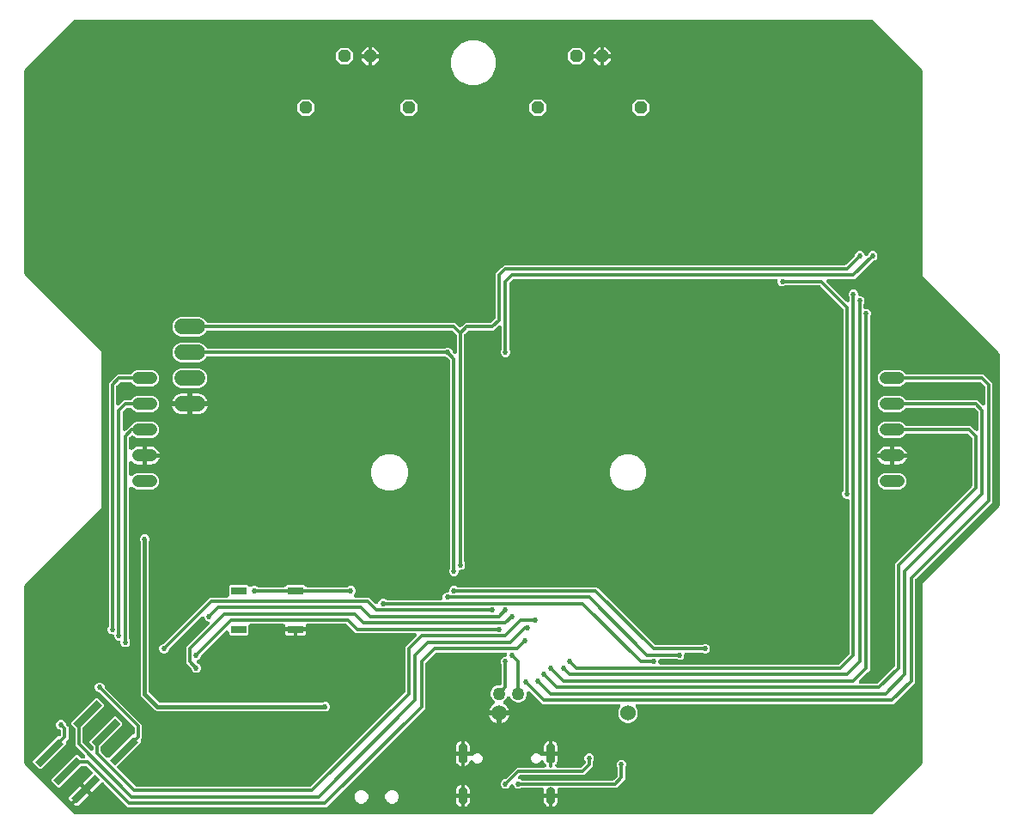
<source format=gbr>
G04 EAGLE Gerber RS-274X export*
G75*
%MOMM*%
%FSLAX34Y34*%
%LPD*%
%INBottom Copper*%
%IPPOS*%
%AMOC8*
5,1,8,0,0,1.08239X$1,22.5*%
G01*
%ADD10R,1.524000X0.762000*%
%ADD11C,1.219200*%
%ADD12C,1.524000*%
%ADD13C,1.524000*%
%ADD14P,1.319650X8X202.500000*%
%ADD15P,1.319650X8X22.500000*%
%ADD16C,0.900000*%
%ADD17R,0.736600X3.251200*%
%ADD18C,1.270000*%
%ADD19C,0.525000*%
%ADD20C,0.304800*%
%ADD21C,0.406400*%

G36*
X836543Y2035D02*
X836543Y2035D01*
X836570Y2033D01*
X836744Y2055D01*
X836917Y2073D01*
X836943Y2080D01*
X836969Y2084D01*
X837135Y2139D01*
X837302Y2191D01*
X837326Y2204D01*
X837351Y2212D01*
X837503Y2299D01*
X837656Y2383D01*
X837677Y2400D01*
X837700Y2413D01*
X837953Y2628D01*
X886372Y51047D01*
X886389Y51068D01*
X886410Y51085D01*
X886517Y51223D01*
X886627Y51359D01*
X886640Y51382D01*
X886656Y51403D01*
X886734Y51560D01*
X886816Y51714D01*
X886824Y51740D01*
X886836Y51764D01*
X886881Y51933D01*
X886931Y52100D01*
X886933Y52127D01*
X886940Y52153D01*
X886967Y52483D01*
X886967Y229442D01*
X962572Y305047D01*
X962589Y305068D01*
X962610Y305085D01*
X962717Y305223D01*
X962827Y305359D01*
X962840Y305382D01*
X962856Y305403D01*
X962934Y305560D01*
X963016Y305714D01*
X963024Y305740D01*
X963036Y305764D01*
X963081Y305933D01*
X963131Y306100D01*
X963133Y306127D01*
X963140Y306153D01*
X963167Y306483D01*
X963167Y455517D01*
X963165Y455543D01*
X963167Y455570D01*
X963145Y455744D01*
X963127Y455917D01*
X963120Y455943D01*
X963116Y455969D01*
X963061Y456135D01*
X963009Y456302D01*
X962996Y456326D01*
X962988Y456351D01*
X962901Y456503D01*
X962817Y456656D01*
X962800Y456677D01*
X962787Y456700D01*
X962572Y456953D01*
X886967Y532558D01*
X886967Y734917D01*
X886965Y734943D01*
X886967Y734970D01*
X886945Y735144D01*
X886927Y735317D01*
X886920Y735343D01*
X886916Y735369D01*
X886861Y735535D01*
X886809Y735702D01*
X886796Y735726D01*
X886788Y735751D01*
X886701Y735903D01*
X886617Y736056D01*
X886600Y736077D01*
X886587Y736100D01*
X886372Y736353D01*
X837953Y784772D01*
X837932Y784789D01*
X837915Y784810D01*
X837777Y784917D01*
X837641Y785027D01*
X837618Y785040D01*
X837597Y785056D01*
X837440Y785134D01*
X837286Y785216D01*
X837260Y785224D01*
X837236Y785236D01*
X837067Y785281D01*
X836900Y785331D01*
X836873Y785333D01*
X836847Y785340D01*
X836517Y785367D01*
X52483Y785367D01*
X52457Y785365D01*
X52430Y785367D01*
X52256Y785345D01*
X52083Y785327D01*
X52057Y785320D01*
X52031Y785316D01*
X51865Y785261D01*
X51698Y785209D01*
X51674Y785196D01*
X51649Y785188D01*
X51497Y785101D01*
X51344Y785017D01*
X51323Y785000D01*
X51300Y784987D01*
X51047Y784772D01*
X2628Y736353D01*
X2611Y736332D01*
X2590Y736315D01*
X2483Y736177D01*
X2373Y736041D01*
X2360Y736018D01*
X2344Y735997D01*
X2266Y735840D01*
X2184Y735686D01*
X2176Y735660D01*
X2164Y735636D01*
X2119Y735467D01*
X2069Y735300D01*
X2067Y735273D01*
X2060Y735247D01*
X2033Y734917D01*
X2033Y535083D01*
X2035Y535057D01*
X2033Y535030D01*
X2055Y534856D01*
X2073Y534683D01*
X2080Y534657D01*
X2084Y534631D01*
X2139Y534465D01*
X2191Y534298D01*
X2204Y534274D01*
X2212Y534249D01*
X2299Y534097D01*
X2383Y533944D01*
X2400Y533923D01*
X2413Y533900D01*
X2628Y533647D01*
X78233Y458042D01*
X78233Y303958D01*
X2628Y228353D01*
X2611Y228332D01*
X2590Y228315D01*
X2483Y228177D01*
X2373Y228041D01*
X2360Y228018D01*
X2344Y227997D01*
X2266Y227840D01*
X2184Y227686D01*
X2176Y227660D01*
X2164Y227636D01*
X2119Y227467D01*
X2069Y227300D01*
X2067Y227273D01*
X2060Y227247D01*
X2033Y226917D01*
X2033Y52483D01*
X2035Y52457D01*
X2033Y52430D01*
X2055Y52256D01*
X2073Y52083D01*
X2080Y52057D01*
X2084Y52031D01*
X2139Y51865D01*
X2191Y51698D01*
X2204Y51674D01*
X2212Y51649D01*
X2299Y51497D01*
X2383Y51344D01*
X2400Y51323D01*
X2413Y51300D01*
X2628Y51047D01*
X51047Y2628D01*
X51068Y2611D01*
X51085Y2590D01*
X51223Y2483D01*
X51359Y2373D01*
X51382Y2360D01*
X51403Y2344D01*
X51560Y2266D01*
X51714Y2184D01*
X51740Y2176D01*
X51764Y2164D01*
X51933Y2119D01*
X52100Y2069D01*
X52127Y2067D01*
X52153Y2060D01*
X52483Y2033D01*
X836517Y2033D01*
X836543Y2035D01*
G37*
%LPC*%
G36*
X103937Y9143D02*
X103937Y9143D01*
X80338Y32742D01*
X80324Y32754D01*
X80312Y32767D01*
X80168Y32881D01*
X80026Y32997D01*
X80010Y33006D01*
X79996Y33017D01*
X79832Y33100D01*
X79670Y33186D01*
X79653Y33191D01*
X79637Y33199D01*
X79460Y33249D01*
X79285Y33301D01*
X79267Y33302D01*
X79250Y33307D01*
X79066Y33321D01*
X78884Y33337D01*
X78866Y33335D01*
X78848Y33337D01*
X78666Y33314D01*
X78483Y33294D01*
X78466Y33288D01*
X78449Y33286D01*
X78275Y33228D01*
X78100Y33172D01*
X78084Y33164D01*
X78067Y33158D01*
X77907Y33066D01*
X77747Y32977D01*
X77734Y32966D01*
X77718Y32957D01*
X77465Y32742D01*
X68439Y23716D01*
X64039Y28117D01*
X64038Y28117D01*
X64038Y28118D01*
X59638Y32518D01*
X68663Y41544D01*
X68675Y41558D01*
X68688Y41569D01*
X68802Y41713D01*
X68918Y41856D01*
X68927Y41871D01*
X68938Y41885D01*
X69021Y42050D01*
X69107Y42211D01*
X69112Y42228D01*
X69120Y42244D01*
X69170Y42422D01*
X69222Y42597D01*
X69223Y42615D01*
X69228Y42632D01*
X69242Y42815D01*
X69258Y42998D01*
X69256Y43016D01*
X69258Y43034D01*
X69235Y43215D01*
X69215Y43398D01*
X69209Y43415D01*
X69207Y43433D01*
X69149Y43607D01*
X69093Y43782D01*
X69085Y43798D01*
X69079Y43815D01*
X68987Y43974D01*
X68899Y44135D01*
X68887Y44148D01*
X68878Y44164D01*
X68663Y44417D01*
X63892Y49188D01*
X63871Y49205D01*
X63853Y49226D01*
X63716Y49332D01*
X63580Y49443D01*
X63556Y49456D01*
X63535Y49472D01*
X63379Y49550D01*
X63224Y49632D01*
X63199Y49640D01*
X63175Y49652D01*
X63006Y49697D01*
X62839Y49747D01*
X62812Y49749D01*
X62786Y49756D01*
X62455Y49783D01*
X58708Y49783D01*
X58681Y49781D01*
X58655Y49783D01*
X58481Y49761D01*
X58307Y49743D01*
X58282Y49736D01*
X58255Y49732D01*
X58090Y49677D01*
X57922Y49625D01*
X57899Y49612D01*
X57874Y49604D01*
X57722Y49517D01*
X57568Y49433D01*
X57548Y49416D01*
X57525Y49403D01*
X57272Y49188D01*
X36593Y28510D01*
X34909Y28510D01*
X28510Y34909D01*
X28510Y36593D01*
X52690Y60773D01*
X54374Y60773D01*
X57655Y57492D01*
X57676Y57475D01*
X57694Y57454D01*
X57832Y57347D01*
X57967Y57237D01*
X57991Y57224D01*
X58012Y57208D01*
X58169Y57130D01*
X58323Y57048D01*
X58348Y57040D01*
X58372Y57028D01*
X58542Y56983D01*
X58709Y56933D01*
X58735Y56931D01*
X58761Y56924D01*
X59092Y56897D01*
X60169Y56897D01*
X60178Y56898D01*
X60187Y56897D01*
X60381Y56918D01*
X60570Y56937D01*
X60578Y56939D01*
X60587Y56940D01*
X60771Y56998D01*
X60955Y57055D01*
X60963Y57059D01*
X60971Y57062D01*
X61140Y57155D01*
X61309Y57247D01*
X61316Y57252D01*
X61324Y57257D01*
X61471Y57381D01*
X61618Y57504D01*
X61624Y57511D01*
X61631Y57517D01*
X61750Y57668D01*
X61871Y57818D01*
X61875Y57826D01*
X61880Y57833D01*
X61968Y58006D01*
X62056Y58175D01*
X62059Y58184D01*
X62063Y58192D01*
X62115Y58378D01*
X62167Y58562D01*
X62168Y58571D01*
X62171Y58580D01*
X62185Y58773D01*
X62200Y58964D01*
X62199Y58972D01*
X62200Y58981D01*
X62176Y59174D01*
X62153Y59363D01*
X62151Y59372D01*
X62150Y59381D01*
X62088Y59564D01*
X62029Y59746D01*
X62024Y59754D01*
X62021Y59762D01*
X61925Y59929D01*
X61831Y60097D01*
X61825Y60104D01*
X61820Y60111D01*
X61606Y60364D01*
X55002Y66968D01*
X52323Y69647D01*
X52323Y85688D01*
X52321Y85715D01*
X52323Y85742D01*
X52301Y85915D01*
X52283Y86089D01*
X52276Y86114D01*
X52272Y86141D01*
X52217Y86307D01*
X52165Y86474D01*
X52152Y86497D01*
X52144Y86523D01*
X52057Y86674D01*
X51973Y86828D01*
X51956Y86848D01*
X51943Y86872D01*
X51728Y87125D01*
X48934Y89919D01*
X48927Y89924D01*
X48922Y89931D01*
X48772Y90051D01*
X48623Y90174D01*
X48615Y90178D01*
X48608Y90183D01*
X48438Y90272D01*
X48267Y90362D01*
X48266Y90363D01*
X48266Y92271D01*
X72446Y116451D01*
X74130Y116451D01*
X80530Y110051D01*
X80530Y108367D01*
X60032Y87869D01*
X60015Y87849D01*
X59994Y87831D01*
X59887Y87693D01*
X59777Y87558D01*
X59764Y87534D01*
X59748Y87513D01*
X59670Y87356D01*
X59588Y87202D01*
X59580Y87177D01*
X59568Y87153D01*
X59523Y86983D01*
X59473Y86816D01*
X59471Y86790D01*
X59464Y86764D01*
X59437Y86433D01*
X59437Y73435D01*
X59439Y73408D01*
X59437Y73381D01*
X59459Y73207D01*
X59477Y73034D01*
X59484Y73009D01*
X59488Y72982D01*
X59543Y72816D01*
X59595Y72649D01*
X59608Y72625D01*
X59616Y72600D01*
X59703Y72449D01*
X59787Y72295D01*
X59804Y72275D01*
X59817Y72251D01*
X60032Y71998D01*
X66636Y65394D01*
X66643Y65389D01*
X66648Y65382D01*
X66798Y65261D01*
X66947Y65139D01*
X66955Y65135D01*
X66962Y65129D01*
X67132Y65041D01*
X67303Y64951D01*
X67312Y64948D01*
X67319Y64944D01*
X67504Y64891D01*
X67689Y64836D01*
X67698Y64835D01*
X67706Y64833D01*
X67898Y64817D01*
X68090Y64799D01*
X68099Y64800D01*
X68108Y64800D01*
X68297Y64822D01*
X68490Y64843D01*
X68499Y64846D01*
X68507Y64847D01*
X68689Y64906D01*
X68874Y64964D01*
X68882Y64969D01*
X68890Y64971D01*
X69059Y65066D01*
X69226Y65159D01*
X69233Y65165D01*
X69241Y65169D01*
X69387Y65295D01*
X69533Y65420D01*
X69539Y65427D01*
X69546Y65432D01*
X69663Y65584D01*
X69783Y65736D01*
X69787Y65744D01*
X69792Y65751D01*
X69878Y65923D01*
X69965Y66094D01*
X69968Y66103D01*
X69972Y66111D01*
X70022Y66298D01*
X70073Y66482D01*
X70074Y66491D01*
X70076Y66500D01*
X70103Y66831D01*
X70103Y67908D01*
X70101Y67935D01*
X70103Y67962D01*
X70081Y68136D01*
X70063Y68309D01*
X70056Y68334D01*
X70052Y68361D01*
X69997Y68527D01*
X69945Y68694D01*
X69932Y68717D01*
X69924Y68743D01*
X69837Y68894D01*
X69753Y69048D01*
X69736Y69068D01*
X69723Y69092D01*
X69508Y69345D01*
X66227Y72626D01*
X66227Y74310D01*
X90407Y98490D01*
X92091Y98490D01*
X98490Y92091D01*
X98490Y90407D01*
X77812Y69728D01*
X77795Y69708D01*
X77774Y69690D01*
X77667Y69552D01*
X77557Y69417D01*
X77544Y69393D01*
X77528Y69372D01*
X77450Y69215D01*
X77368Y69061D01*
X77360Y69036D01*
X77348Y69012D01*
X77303Y68842D01*
X77253Y68675D01*
X77251Y68649D01*
X77244Y68623D01*
X77217Y68292D01*
X77217Y64545D01*
X77219Y64518D01*
X77217Y64491D01*
X77239Y64317D01*
X77257Y64144D01*
X77264Y64119D01*
X77268Y64092D01*
X77323Y63926D01*
X77375Y63759D01*
X77388Y63735D01*
X77396Y63710D01*
X77483Y63559D01*
X77567Y63405D01*
X77584Y63385D01*
X77597Y63361D01*
X77812Y63108D01*
X82943Y57977D01*
X82956Y57966D01*
X82968Y57952D01*
X83112Y57839D01*
X83254Y57722D01*
X83270Y57714D01*
X83284Y57703D01*
X83448Y57620D01*
X83610Y57534D01*
X83627Y57529D01*
X83643Y57521D01*
X83820Y57471D01*
X83996Y57419D01*
X84013Y57417D01*
X84031Y57413D01*
X84214Y57399D01*
X84397Y57383D01*
X84414Y57384D01*
X84432Y57383D01*
X84614Y57406D01*
X84797Y57426D01*
X84814Y57431D01*
X84832Y57434D01*
X85005Y57492D01*
X85181Y57547D01*
X85196Y57556D01*
X85213Y57562D01*
X85373Y57654D01*
X85533Y57742D01*
X85547Y57754D01*
X85562Y57763D01*
X85815Y57977D01*
X108368Y80530D01*
X108712Y80530D01*
X108730Y80532D01*
X108748Y80530D01*
X108930Y80551D01*
X109113Y80570D01*
X109130Y80575D01*
X109147Y80577D01*
X109322Y80634D01*
X109498Y80688D01*
X109513Y80696D01*
X109530Y80702D01*
X109690Y80792D01*
X109852Y80880D01*
X109865Y80891D01*
X109881Y80900D01*
X110020Y81020D01*
X110161Y81137D01*
X110172Y81151D01*
X110186Y81163D01*
X110298Y81308D01*
X110413Y81451D01*
X110421Y81467D01*
X110432Y81481D01*
X110514Y81646D01*
X110599Y81808D01*
X110604Y81825D01*
X110612Y81841D01*
X110659Y82020D01*
X110710Y82195D01*
X110712Y82213D01*
X110716Y82230D01*
X110743Y82561D01*
X110743Y86585D01*
X110741Y86612D01*
X110743Y86639D01*
X110721Y86813D01*
X110703Y86986D01*
X110696Y87011D01*
X110692Y87038D01*
X110637Y87204D01*
X110585Y87371D01*
X110572Y87394D01*
X110564Y87420D01*
X110477Y87571D01*
X110393Y87725D01*
X110376Y87745D01*
X110363Y87769D01*
X110148Y88022D01*
X76423Y121747D01*
X76402Y121764D01*
X76384Y121785D01*
X76247Y121892D01*
X76111Y122002D01*
X76088Y122015D01*
X76066Y122031D01*
X75909Y122109D01*
X75755Y122191D01*
X75730Y122199D01*
X75706Y122211D01*
X75536Y122256D01*
X75370Y122306D01*
X75359Y122307D01*
X73562Y123051D01*
X72251Y124362D01*
X71542Y126074D01*
X71542Y127926D01*
X72251Y129638D01*
X73562Y130949D01*
X75274Y131658D01*
X77126Y131658D01*
X78838Y130949D01*
X80149Y129638D01*
X80895Y127836D01*
X80898Y127813D01*
X80905Y127788D01*
X80909Y127761D01*
X80964Y127595D01*
X81016Y127428D01*
X81029Y127405D01*
X81037Y127379D01*
X81124Y127228D01*
X81208Y127074D01*
X81225Y127054D01*
X81238Y127030D01*
X81453Y126777D01*
X117857Y90373D01*
X117857Y76906D01*
X117046Y76095D01*
X117029Y76074D01*
X117009Y76057D01*
X116901Y75918D01*
X116791Y75783D01*
X116778Y75760D01*
X116762Y75738D01*
X116684Y75582D01*
X116602Y75428D01*
X116594Y75402D01*
X116582Y75378D01*
X116537Y75209D01*
X116487Y75042D01*
X116485Y75015D01*
X116478Y74989D01*
X116451Y74658D01*
X116451Y72446D01*
X93898Y49894D01*
X93887Y49880D01*
X93874Y49869D01*
X93760Y49725D01*
X93643Y49583D01*
X93635Y49567D01*
X93624Y49553D01*
X93540Y49388D01*
X93455Y49227D01*
X93450Y49210D01*
X93442Y49194D01*
X93392Y49016D01*
X93340Y48841D01*
X93338Y48823D01*
X93334Y48806D01*
X93320Y48623D01*
X93304Y48440D01*
X93306Y48422D01*
X93304Y48405D01*
X93327Y48222D01*
X93347Y48040D01*
X93352Y48023D01*
X93355Y48005D01*
X93413Y47831D01*
X93468Y47656D01*
X93477Y47640D01*
X93483Y47623D01*
X93575Y47464D01*
X93663Y47304D01*
X93675Y47290D01*
X93684Y47275D01*
X93898Y47022D01*
X111368Y29552D01*
X111389Y29535D01*
X111407Y29514D01*
X111544Y29407D01*
X111680Y29297D01*
X111703Y29284D01*
X111725Y29268D01*
X111882Y29190D01*
X112036Y29108D01*
X112061Y29100D01*
X112085Y29088D01*
X112255Y29043D01*
X112421Y28993D01*
X112448Y28991D01*
X112474Y28984D01*
X112805Y28957D01*
X283435Y28957D01*
X283462Y28959D01*
X283489Y28957D01*
X283663Y28979D01*
X283836Y28997D01*
X283862Y29004D01*
X283888Y29008D01*
X284054Y29063D01*
X284221Y29115D01*
X284245Y29128D01*
X284270Y29136D01*
X284421Y29223D01*
X284575Y29307D01*
X284595Y29324D01*
X284619Y29337D01*
X284872Y29552D01*
X376848Y121528D01*
X376865Y121549D01*
X376886Y121567D01*
X376993Y121704D01*
X377103Y121840D01*
X377116Y121863D01*
X377132Y121885D01*
X377210Y122042D01*
X377292Y122196D01*
X377300Y122221D01*
X377312Y122245D01*
X377357Y122415D01*
X377407Y122581D01*
X377409Y122608D01*
X377416Y122634D01*
X377443Y122965D01*
X377443Y166573D01*
X387996Y177126D01*
X388001Y177133D01*
X388008Y177138D01*
X388129Y177288D01*
X388251Y177437D01*
X388255Y177445D01*
X388261Y177452D01*
X388349Y177622D01*
X388439Y177793D01*
X388442Y177802D01*
X388446Y177809D01*
X388499Y177994D01*
X388554Y178179D01*
X388555Y178188D01*
X388557Y178196D01*
X388573Y178388D01*
X388591Y178580D01*
X388590Y178589D01*
X388590Y178598D01*
X388568Y178787D01*
X388547Y178980D01*
X388544Y178989D01*
X388543Y178997D01*
X388484Y179179D01*
X388426Y179364D01*
X388421Y179372D01*
X388419Y179380D01*
X388324Y179549D01*
X388231Y179716D01*
X388225Y179723D01*
X388221Y179731D01*
X388095Y179877D01*
X387970Y180023D01*
X387963Y180029D01*
X387958Y180036D01*
X387806Y180153D01*
X387654Y180273D01*
X387646Y180277D01*
X387639Y180282D01*
X387468Y180367D01*
X387296Y180455D01*
X387287Y180458D01*
X387279Y180462D01*
X387092Y180512D01*
X386908Y180563D01*
X386899Y180564D01*
X386890Y180566D01*
X386559Y180593D01*
X328727Y180593D01*
X320178Y189142D01*
X320157Y189159D01*
X320140Y189180D01*
X320002Y189287D01*
X319866Y189397D01*
X319843Y189410D01*
X319821Y189426D01*
X319665Y189504D01*
X319511Y189586D01*
X319485Y189594D01*
X319461Y189606D01*
X319292Y189651D01*
X319125Y189701D01*
X319098Y189703D01*
X319072Y189710D01*
X318741Y189737D01*
X281432Y189737D01*
X281414Y189735D01*
X281396Y189737D01*
X281214Y189716D01*
X281031Y189697D01*
X281014Y189692D01*
X280997Y189690D01*
X280822Y189633D01*
X280646Y189579D01*
X280631Y189571D01*
X280614Y189565D01*
X280454Y189475D01*
X280292Y189387D01*
X280279Y189376D01*
X280263Y189367D01*
X280124Y189247D01*
X279983Y189130D01*
X279972Y189116D01*
X279958Y189104D01*
X279846Y188959D01*
X279731Y188816D01*
X279723Y188800D01*
X279712Y188786D01*
X279630Y188621D01*
X279545Y188459D01*
X279540Y188442D01*
X279532Y188426D01*
X279485Y188247D01*
X279434Y188072D01*
X279432Y188054D01*
X279428Y188037D01*
X279401Y187706D01*
X279401Y186181D01*
X269240Y186181D01*
X259079Y186181D01*
X259079Y187706D01*
X259077Y187724D01*
X259079Y187742D01*
X259058Y187924D01*
X259039Y188107D01*
X259034Y188124D01*
X259032Y188141D01*
X258975Y188316D01*
X258921Y188492D01*
X258913Y188507D01*
X258907Y188524D01*
X258817Y188684D01*
X258730Y188846D01*
X258718Y188859D01*
X258709Y188875D01*
X258589Y189014D01*
X258472Y189155D01*
X258458Y189166D01*
X258446Y189180D01*
X258301Y189292D01*
X258158Y189407D01*
X258142Y189415D01*
X258128Y189426D01*
X257964Y189508D01*
X257801Y189593D01*
X257784Y189598D01*
X257768Y189606D01*
X257590Y189653D01*
X257414Y189704D01*
X257396Y189706D01*
X257379Y189710D01*
X257048Y189737D01*
X225044Y189737D01*
X225026Y189735D01*
X225008Y189737D01*
X224826Y189716D01*
X224643Y189697D01*
X224626Y189692D01*
X224609Y189690D01*
X224434Y189633D01*
X224258Y189579D01*
X224243Y189571D01*
X224226Y189565D01*
X224066Y189475D01*
X223904Y189387D01*
X223891Y189376D01*
X223875Y189367D01*
X223736Y189247D01*
X223595Y189130D01*
X223584Y189116D01*
X223570Y189104D01*
X223458Y188959D01*
X223343Y188816D01*
X223335Y188800D01*
X223324Y188786D01*
X223242Y188621D01*
X223157Y188459D01*
X223152Y188442D01*
X223144Y188426D01*
X223097Y188247D01*
X223046Y188072D01*
X223044Y188054D01*
X223040Y188037D01*
X223013Y187706D01*
X223013Y179498D01*
X221822Y178307D01*
X204898Y178307D01*
X203707Y179498D01*
X203707Y181073D01*
X203706Y181082D01*
X203707Y181091D01*
X203686Y181285D01*
X203667Y181474D01*
X203665Y181482D01*
X203664Y181491D01*
X203605Y181676D01*
X203549Y181859D01*
X203545Y181867D01*
X203542Y181875D01*
X203450Y182042D01*
X203357Y182213D01*
X203352Y182220D01*
X203347Y182228D01*
X203223Y182375D01*
X203100Y182522D01*
X203093Y182528D01*
X203087Y182535D01*
X202935Y182654D01*
X202786Y182775D01*
X202778Y182779D01*
X202771Y182784D01*
X202598Y182872D01*
X202429Y182960D01*
X202420Y182963D01*
X202412Y182967D01*
X202226Y183019D01*
X202042Y183071D01*
X202033Y183072D01*
X202024Y183075D01*
X201831Y183089D01*
X201640Y183104D01*
X201632Y183103D01*
X201623Y183104D01*
X201430Y183080D01*
X201241Y183057D01*
X201232Y183055D01*
X201223Y183054D01*
X201041Y182992D01*
X200858Y182933D01*
X200850Y182928D01*
X200842Y182925D01*
X200675Y182829D01*
X200507Y182735D01*
X200500Y182729D01*
X200493Y182724D01*
X200240Y182510D01*
X176703Y158973D01*
X176686Y158952D01*
X176665Y158934D01*
X176558Y158797D01*
X176448Y158661D01*
X176435Y158638D01*
X176419Y158616D01*
X176341Y158459D01*
X176259Y158305D01*
X176251Y158280D01*
X176239Y158256D01*
X176194Y158086D01*
X176144Y157920D01*
X176143Y157909D01*
X175399Y156112D01*
X174088Y154801D01*
X172822Y154277D01*
X172814Y154272D01*
X172805Y154270D01*
X172636Y154177D01*
X172467Y154086D01*
X172460Y154081D01*
X172452Y154077D01*
X172304Y153952D01*
X172156Y153830D01*
X172151Y153823D01*
X172144Y153817D01*
X172023Y153666D01*
X171903Y153517D01*
X171898Y153510D01*
X171893Y153503D01*
X171805Y153331D01*
X171716Y153161D01*
X171713Y153152D01*
X171709Y153144D01*
X171657Y152960D01*
X171602Y152774D01*
X171602Y152766D01*
X171599Y152757D01*
X171584Y152566D01*
X171568Y152373D01*
X171569Y152365D01*
X171568Y152356D01*
X171591Y152165D01*
X171613Y151973D01*
X171616Y151965D01*
X171617Y151956D01*
X171677Y151773D01*
X171736Y151590D01*
X171740Y151582D01*
X171743Y151574D01*
X171839Y151406D01*
X171933Y151238D01*
X171938Y151232D01*
X171943Y151224D01*
X172069Y151080D01*
X172194Y150933D01*
X172201Y150927D01*
X172207Y150920D01*
X172359Y150804D01*
X172511Y150684D01*
X172519Y150680D01*
X172526Y150675D01*
X172822Y150523D01*
X174088Y149999D01*
X175399Y148688D01*
X176108Y146976D01*
X176108Y145124D01*
X175399Y143412D01*
X174088Y142101D01*
X172376Y141392D01*
X170524Y141392D01*
X168812Y142101D01*
X167501Y143412D01*
X166755Y145214D01*
X166752Y145237D01*
X166745Y145262D01*
X166741Y145289D01*
X166686Y145455D01*
X166634Y145622D01*
X166621Y145645D01*
X166613Y145671D01*
X166526Y145822D01*
X166442Y145976D01*
X166425Y145996D01*
X166412Y146020D01*
X166197Y146273D01*
X161543Y150927D01*
X161543Y166573D01*
X183859Y188889D01*
X183868Y188899D01*
X183878Y188908D01*
X183995Y189055D01*
X184114Y189201D01*
X184120Y189212D01*
X184129Y189223D01*
X184215Y189391D01*
X184303Y189556D01*
X184307Y189569D01*
X184313Y189581D01*
X184364Y189762D01*
X184418Y189942D01*
X184419Y189956D01*
X184422Y189968D01*
X184437Y190154D01*
X184454Y190343D01*
X184452Y190357D01*
X184453Y190370D01*
X184431Y190554D01*
X184411Y190743D01*
X184406Y190756D01*
X184405Y190769D01*
X184346Y190947D01*
X184289Y191127D01*
X184283Y191139D01*
X184278Y191152D01*
X184185Y191316D01*
X184094Y191480D01*
X184086Y191490D01*
X184079Y191501D01*
X183955Y191643D01*
X183834Y191787D01*
X183823Y191795D01*
X183814Y191805D01*
X183666Y191919D01*
X183518Y192036D01*
X183506Y192042D01*
X183495Y192050D01*
X183200Y192202D01*
X181512Y192901D01*
X180201Y194212D01*
X179502Y195900D01*
X179496Y195912D01*
X179492Y195925D01*
X179401Y196089D01*
X179312Y196255D01*
X179303Y196265D01*
X179297Y196277D01*
X179176Y196420D01*
X179055Y196565D01*
X179045Y196574D01*
X179036Y196584D01*
X178889Y196701D01*
X178743Y196819D01*
X178731Y196825D01*
X178720Y196834D01*
X178552Y196919D01*
X178386Y197006D01*
X178373Y197010D01*
X178361Y197016D01*
X178180Y197067D01*
X178000Y197119D01*
X177987Y197120D01*
X177974Y197124D01*
X177785Y197138D01*
X177599Y197154D01*
X177586Y197152D01*
X177572Y197153D01*
X177384Y197130D01*
X177199Y197109D01*
X177186Y197105D01*
X177173Y197103D01*
X176994Y197043D01*
X176815Y196986D01*
X176804Y196979D01*
X176791Y196975D01*
X176628Y196881D01*
X176464Y196789D01*
X176454Y196780D01*
X176442Y196774D01*
X176189Y196559D01*
X144953Y165323D01*
X144936Y165302D01*
X144915Y165284D01*
X144808Y165147D01*
X144698Y165011D01*
X144685Y164988D01*
X144669Y164966D01*
X144591Y164809D01*
X144509Y164655D01*
X144501Y164630D01*
X144489Y164606D01*
X144444Y164436D01*
X144394Y164270D01*
X144393Y164259D01*
X143649Y162462D01*
X142338Y161151D01*
X140626Y160442D01*
X138774Y160442D01*
X137062Y161151D01*
X135751Y162462D01*
X135042Y164174D01*
X135042Y166026D01*
X135751Y167738D01*
X137062Y169049D01*
X138864Y169795D01*
X138887Y169798D01*
X138912Y169805D01*
X138939Y169809D01*
X139105Y169864D01*
X139272Y169916D01*
X139295Y169929D01*
X139321Y169937D01*
X139472Y170024D01*
X139626Y170108D01*
X139646Y170125D01*
X139670Y170138D01*
X139923Y170353D01*
X185217Y215647D01*
X201676Y215647D01*
X201694Y215649D01*
X201712Y215647D01*
X201894Y215668D01*
X202077Y215687D01*
X202094Y215692D01*
X202111Y215694D01*
X202286Y215751D01*
X202462Y215805D01*
X202477Y215813D01*
X202494Y215819D01*
X202654Y215909D01*
X202816Y215997D01*
X202829Y216008D01*
X202845Y216017D01*
X202984Y216137D01*
X203125Y216254D01*
X203136Y216268D01*
X203150Y216280D01*
X203262Y216425D01*
X203377Y216568D01*
X203385Y216584D01*
X203396Y216598D01*
X203478Y216763D01*
X203563Y216925D01*
X203568Y216942D01*
X203576Y216958D01*
X203623Y217137D01*
X203674Y217312D01*
X203676Y217330D01*
X203680Y217347D01*
X203707Y217678D01*
X203707Y226902D01*
X204898Y228093D01*
X221822Y228093D01*
X223414Y226501D01*
X223431Y226487D01*
X223446Y226470D01*
X223587Y226359D01*
X223726Y226246D01*
X223745Y226235D01*
X223763Y226221D01*
X223924Y226140D01*
X224081Y226057D01*
X224103Y226051D01*
X224123Y226041D01*
X224296Y225993D01*
X224467Y225942D01*
X224489Y225940D01*
X224511Y225934D01*
X224690Y225922D01*
X224868Y225906D01*
X224890Y225908D01*
X224913Y225907D01*
X225090Y225930D01*
X225268Y225949D01*
X225290Y225956D01*
X225312Y225959D01*
X225628Y226060D01*
X227674Y226908D01*
X229526Y226908D01*
X231329Y226161D01*
X231347Y226147D01*
X231371Y226134D01*
X231392Y226118D01*
X231549Y226040D01*
X231703Y225958D01*
X231728Y225950D01*
X231752Y225938D01*
X231922Y225893D01*
X232088Y225843D01*
X232115Y225841D01*
X232141Y225834D01*
X232472Y225807D01*
X257651Y225807D01*
X257677Y225809D01*
X257704Y225807D01*
X257878Y225829D01*
X258051Y225847D01*
X258077Y225854D01*
X258103Y225858D01*
X258269Y225914D01*
X258436Y225965D01*
X258460Y225978D01*
X258485Y225986D01*
X258636Y226073D01*
X258790Y226157D01*
X258811Y226174D01*
X258834Y226187D01*
X259087Y226402D01*
X260778Y228093D01*
X277702Y228093D01*
X279393Y226402D01*
X279414Y226385D01*
X279431Y226364D01*
X279569Y226257D01*
X279705Y226147D01*
X279728Y226134D01*
X279749Y226118D01*
X279906Y226040D01*
X280060Y225958D01*
X280086Y225950D01*
X280110Y225938D01*
X280279Y225893D01*
X280446Y225843D01*
X280473Y225841D01*
X280499Y225834D01*
X280829Y225807D01*
X319978Y225807D01*
X320005Y225809D01*
X320032Y225807D01*
X320206Y225829D01*
X320379Y225847D01*
X320404Y225854D01*
X320431Y225858D01*
X320597Y225913D01*
X320764Y225965D01*
X320787Y225978D01*
X320813Y225986D01*
X320964Y226073D01*
X321118Y226157D01*
X321126Y226163D01*
X322924Y226908D01*
X324776Y226908D01*
X326488Y226199D01*
X327799Y224888D01*
X328508Y223176D01*
X328508Y221324D01*
X327799Y219612D01*
X327301Y219114D01*
X327296Y219107D01*
X327289Y219102D01*
X327169Y218953D01*
X327046Y218803D01*
X327042Y218795D01*
X327036Y218788D01*
X326949Y218619D01*
X326858Y218447D01*
X326855Y218438D01*
X326851Y218431D01*
X326798Y218247D01*
X326743Y218061D01*
X326742Y218052D01*
X326740Y218044D01*
X326724Y217853D01*
X326706Y217660D01*
X326707Y217651D01*
X326707Y217642D01*
X326729Y217453D01*
X326750Y217260D01*
X326753Y217251D01*
X326754Y217243D01*
X326813Y217060D01*
X326871Y216876D01*
X326876Y216868D01*
X326878Y216860D01*
X326973Y216691D01*
X327066Y216524D01*
X327072Y216517D01*
X327076Y216509D01*
X327202Y216364D01*
X327327Y216217D01*
X327334Y216211D01*
X327339Y216204D01*
X327491Y216087D01*
X327643Y215967D01*
X327651Y215963D01*
X327658Y215958D01*
X327831Y215871D01*
X328001Y215785D01*
X328010Y215782D01*
X328018Y215778D01*
X328206Y215728D01*
X328389Y215677D01*
X328398Y215676D01*
X328407Y215674D01*
X328738Y215647D01*
X341833Y215647D01*
X344512Y212968D01*
X347639Y209841D01*
X347649Y209832D01*
X347658Y209822D01*
X347805Y209705D01*
X347951Y209586D01*
X347962Y209580D01*
X347973Y209571D01*
X348140Y209486D01*
X348306Y209397D01*
X348319Y209393D01*
X348331Y209387D01*
X348511Y209336D01*
X348692Y209282D01*
X348706Y209281D01*
X348718Y209278D01*
X348904Y209263D01*
X349093Y209246D01*
X349107Y209248D01*
X349120Y209246D01*
X349305Y209269D01*
X349493Y209289D01*
X349506Y209294D01*
X349519Y209295D01*
X349697Y209354D01*
X349877Y209411D01*
X349889Y209417D01*
X349902Y209422D01*
X350066Y209515D01*
X350230Y209606D01*
X350240Y209614D01*
X350251Y209621D01*
X350394Y209745D01*
X350537Y209866D01*
X350545Y209877D01*
X350555Y209886D01*
X350669Y210034D01*
X350786Y210182D01*
X350792Y210194D01*
X350800Y210205D01*
X350952Y210500D01*
X351651Y212188D01*
X352962Y213499D01*
X354674Y214208D01*
X356526Y214208D01*
X358329Y213461D01*
X358347Y213447D01*
X358371Y213434D01*
X358392Y213418D01*
X358549Y213340D01*
X358703Y213258D01*
X358728Y213250D01*
X358752Y213238D01*
X358922Y213193D01*
X359088Y213143D01*
X359115Y213141D01*
X359141Y213134D01*
X359472Y213107D01*
X412411Y213107D01*
X412429Y213109D01*
X412447Y213107D01*
X412629Y213128D01*
X412812Y213147D01*
X412829Y213152D01*
X412846Y213154D01*
X413021Y213211D01*
X413197Y213265D01*
X413212Y213273D01*
X413229Y213279D01*
X413389Y213369D01*
X413551Y213457D01*
X413564Y213468D01*
X413580Y213477D01*
X413719Y213597D01*
X413860Y213714D01*
X413871Y213728D01*
X413885Y213740D01*
X413997Y213885D01*
X414112Y214028D01*
X414120Y214044D01*
X414131Y214058D01*
X414213Y214223D01*
X414298Y214385D01*
X414303Y214402D01*
X414311Y214418D01*
X414358Y214597D01*
X414409Y214772D01*
X414411Y214790D01*
X414415Y214807D01*
X414442Y215138D01*
X414442Y216826D01*
X415151Y218538D01*
X416462Y219849D01*
X418174Y220558D01*
X418761Y220558D01*
X418779Y220560D01*
X418797Y220558D01*
X418979Y220579D01*
X419162Y220598D01*
X419179Y220603D01*
X419196Y220605D01*
X419371Y220662D01*
X419547Y220716D01*
X419562Y220724D01*
X419579Y220730D01*
X419739Y220820D01*
X419901Y220908D01*
X419914Y220919D01*
X419930Y220928D01*
X420069Y221048D01*
X420210Y221165D01*
X420221Y221179D01*
X420235Y221191D01*
X420347Y221336D01*
X420462Y221479D01*
X420470Y221495D01*
X420481Y221509D01*
X420563Y221674D01*
X420648Y221836D01*
X420653Y221853D01*
X420661Y221869D01*
X420708Y222048D01*
X420759Y222223D01*
X420761Y222241D01*
X420765Y222258D01*
X420792Y222589D01*
X420792Y223176D01*
X421501Y224888D01*
X422812Y226199D01*
X424524Y226908D01*
X426376Y226908D01*
X428179Y226161D01*
X428197Y226147D01*
X428221Y226134D01*
X428242Y226118D01*
X428399Y226040D01*
X428553Y225958D01*
X428578Y225950D01*
X428602Y225938D01*
X428772Y225893D01*
X428938Y225843D01*
X428965Y225841D01*
X428991Y225834D01*
X429322Y225807D01*
X566623Y225807D01*
X623178Y169252D01*
X623199Y169235D01*
X623217Y169214D01*
X623354Y169107D01*
X623490Y168997D01*
X623513Y168984D01*
X623535Y168968D01*
X623692Y168890D01*
X623846Y168808D01*
X623871Y168800D01*
X623895Y168788D01*
X624065Y168743D01*
X624231Y168693D01*
X624258Y168691D01*
X624284Y168684D01*
X624615Y168657D01*
X669228Y168657D01*
X669255Y168659D01*
X669282Y168657D01*
X669456Y168679D01*
X669629Y168697D01*
X669654Y168704D01*
X669681Y168708D01*
X669847Y168763D01*
X670014Y168815D01*
X670037Y168828D01*
X670063Y168836D01*
X670214Y168923D01*
X670368Y169007D01*
X670376Y169013D01*
X672174Y169758D01*
X674026Y169758D01*
X675738Y169049D01*
X677049Y167738D01*
X677758Y166026D01*
X677758Y164174D01*
X677049Y162462D01*
X675738Y161151D01*
X674026Y160442D01*
X672174Y160442D01*
X670371Y161189D01*
X670353Y161203D01*
X670329Y161216D01*
X670308Y161232D01*
X670151Y161310D01*
X669997Y161392D01*
X669972Y161400D01*
X669948Y161412D01*
X669778Y161457D01*
X669612Y161507D01*
X669585Y161509D01*
X669559Y161516D01*
X669228Y161543D01*
X654389Y161543D01*
X654371Y161541D01*
X654353Y161543D01*
X654171Y161522D01*
X653988Y161503D01*
X653971Y161498D01*
X653954Y161496D01*
X653779Y161439D01*
X653603Y161385D01*
X653588Y161377D01*
X653571Y161371D01*
X653411Y161281D01*
X653249Y161193D01*
X653236Y161182D01*
X653220Y161173D01*
X653081Y161053D01*
X652940Y160936D01*
X652929Y160922D01*
X652915Y160910D01*
X652803Y160765D01*
X652688Y160622D01*
X652680Y160606D01*
X652669Y160592D01*
X652587Y160427D01*
X652502Y160265D01*
X652497Y160248D01*
X652489Y160232D01*
X652442Y160053D01*
X652391Y159878D01*
X652389Y159860D01*
X652385Y159843D01*
X652358Y159512D01*
X652358Y157824D01*
X651649Y156112D01*
X650338Y154801D01*
X648626Y154092D01*
X646774Y154092D01*
X644971Y154839D01*
X644953Y154853D01*
X644929Y154866D01*
X644908Y154882D01*
X644751Y154960D01*
X644597Y155042D01*
X644572Y155050D01*
X644548Y155062D01*
X644378Y155107D01*
X644212Y155157D01*
X644185Y155159D01*
X644159Y155166D01*
X643828Y155193D01*
X628989Y155193D01*
X628971Y155191D01*
X628953Y155193D01*
X628771Y155172D01*
X628588Y155153D01*
X628571Y155148D01*
X628554Y155146D01*
X628379Y155089D01*
X628203Y155035D01*
X628188Y155027D01*
X628171Y155021D01*
X628011Y154931D01*
X627849Y154843D01*
X627836Y154832D01*
X627820Y154823D01*
X627681Y154703D01*
X627540Y154586D01*
X627529Y154572D01*
X627515Y154560D01*
X627403Y154415D01*
X627288Y154272D01*
X627280Y154256D01*
X627269Y154242D01*
X627186Y154077D01*
X627102Y153915D01*
X627097Y153898D01*
X627089Y153882D01*
X627042Y153703D01*
X626991Y153528D01*
X626989Y153510D01*
X626985Y153493D01*
X626958Y153162D01*
X626958Y151638D01*
X626960Y151620D01*
X626958Y151602D01*
X626979Y151420D01*
X626998Y151237D01*
X627003Y151220D01*
X627005Y151203D01*
X627062Y151028D01*
X627116Y150852D01*
X627124Y150837D01*
X627130Y150820D01*
X627220Y150660D01*
X627308Y150498D01*
X627319Y150485D01*
X627328Y150469D01*
X627448Y150330D01*
X627565Y150189D01*
X627579Y150178D01*
X627591Y150164D01*
X627736Y150052D01*
X627879Y149937D01*
X627895Y149929D01*
X627909Y149918D01*
X628074Y149836D01*
X628236Y149751D01*
X628253Y149746D01*
X628269Y149738D01*
X628448Y149691D01*
X628623Y149640D01*
X628641Y149638D01*
X628658Y149634D01*
X628989Y149607D01*
X804135Y149607D01*
X804162Y149609D01*
X804189Y149607D01*
X804363Y149629D01*
X804536Y149647D01*
X804561Y149654D01*
X804588Y149658D01*
X804754Y149713D01*
X804921Y149765D01*
X804944Y149778D01*
X804970Y149786D01*
X805121Y149873D01*
X805275Y149957D01*
X805295Y149974D01*
X805319Y149987D01*
X805572Y150202D01*
X814998Y159628D01*
X815015Y159649D01*
X815036Y159667D01*
X815143Y159804D01*
X815253Y159940D01*
X815266Y159963D01*
X815282Y159985D01*
X815360Y160142D01*
X815442Y160296D01*
X815450Y160321D01*
X815462Y160345D01*
X815507Y160515D01*
X815557Y160681D01*
X815559Y160708D01*
X815566Y160734D01*
X815593Y161065D01*
X815593Y310811D01*
X815593Y310816D01*
X815593Y310818D01*
X815592Y310830D01*
X815593Y310847D01*
X815572Y311029D01*
X815553Y311212D01*
X815548Y311229D01*
X815546Y311246D01*
X815489Y311421D01*
X815435Y311597D01*
X815427Y311612D01*
X815421Y311629D01*
X815331Y311789D01*
X815243Y311951D01*
X815232Y311964D01*
X815223Y311980D01*
X815103Y312119D01*
X814986Y312260D01*
X814972Y312271D01*
X814960Y312285D01*
X814815Y312397D01*
X814672Y312512D01*
X814656Y312520D01*
X814642Y312531D01*
X814477Y312613D01*
X814315Y312698D01*
X814298Y312703D01*
X814282Y312711D01*
X814103Y312758D01*
X813928Y312809D01*
X813910Y312811D01*
X813893Y312815D01*
X813562Y312842D01*
X811874Y312842D01*
X810162Y313551D01*
X808851Y314862D01*
X808142Y316574D01*
X808142Y318426D01*
X808889Y320229D01*
X808903Y320247D01*
X808916Y320271D01*
X808932Y320292D01*
X809010Y320449D01*
X809092Y320603D01*
X809100Y320628D01*
X809112Y320652D01*
X809157Y320822D01*
X809207Y320988D01*
X809209Y321015D01*
X809216Y321041D01*
X809243Y321372D01*
X809243Y499335D01*
X809241Y499362D01*
X809243Y499389D01*
X809221Y499563D01*
X809203Y499736D01*
X809196Y499761D01*
X809192Y499788D01*
X809137Y499954D01*
X809085Y500121D01*
X809072Y500144D01*
X809064Y500170D01*
X808977Y500321D01*
X808893Y500475D01*
X808876Y500495D01*
X808863Y500519D01*
X808648Y500772D01*
X786522Y522898D01*
X786501Y522915D01*
X786483Y522936D01*
X786346Y523043D01*
X786210Y523153D01*
X786187Y523166D01*
X786165Y523182D01*
X786008Y523260D01*
X785854Y523342D01*
X785829Y523350D01*
X785805Y523362D01*
X785635Y523407D01*
X785469Y523457D01*
X785442Y523459D01*
X785416Y523466D01*
X785085Y523493D01*
X753172Y523493D01*
X753145Y523491D01*
X753118Y523493D01*
X752944Y523471D01*
X752771Y523453D01*
X752746Y523446D01*
X752719Y523442D01*
X752553Y523387D01*
X752386Y523335D01*
X752363Y523322D01*
X752337Y523314D01*
X752186Y523227D01*
X752032Y523143D01*
X752024Y523137D01*
X750226Y522392D01*
X748374Y522392D01*
X746662Y523101D01*
X745351Y524412D01*
X744642Y526124D01*
X744642Y527812D01*
X744640Y527830D01*
X744642Y527848D01*
X744621Y528030D01*
X744602Y528213D01*
X744597Y528230D01*
X744595Y528247D01*
X744538Y528422D01*
X744484Y528598D01*
X744476Y528613D01*
X744470Y528630D01*
X744380Y528790D01*
X744292Y528952D01*
X744281Y528965D01*
X744272Y528981D01*
X744152Y529120D01*
X744035Y529261D01*
X744021Y529272D01*
X744009Y529286D01*
X743864Y529398D01*
X743721Y529513D01*
X743705Y529521D01*
X743691Y529532D01*
X743526Y529614D01*
X743364Y529699D01*
X743347Y529704D01*
X743331Y529712D01*
X743152Y529759D01*
X742977Y529810D01*
X742959Y529812D01*
X742942Y529816D01*
X742611Y529843D01*
X484915Y529843D01*
X484888Y529841D01*
X484861Y529843D01*
X484687Y529821D01*
X484514Y529803D01*
X484489Y529796D01*
X484462Y529792D01*
X484296Y529737D01*
X484129Y529685D01*
X484106Y529672D01*
X484080Y529664D01*
X483929Y529577D01*
X483775Y529493D01*
X483755Y529476D01*
X483731Y529463D01*
X483478Y529248D01*
X480402Y526172D01*
X480385Y526151D01*
X480364Y526133D01*
X480257Y525996D01*
X480147Y525860D01*
X480134Y525837D01*
X480118Y525815D01*
X480040Y525658D01*
X479958Y525504D01*
X479950Y525479D01*
X479938Y525455D01*
X479893Y525285D01*
X479843Y525119D01*
X479841Y525092D01*
X479834Y525066D01*
X479807Y524735D01*
X479807Y461072D01*
X479807Y461065D01*
X479807Y461060D01*
X479809Y461042D01*
X479807Y461018D01*
X479829Y460844D01*
X479847Y460671D01*
X479854Y460646D01*
X479858Y460619D01*
X479913Y460453D01*
X479965Y460286D01*
X479978Y460263D01*
X479986Y460237D01*
X480074Y460085D01*
X480157Y459932D01*
X480163Y459924D01*
X480908Y458126D01*
X480908Y456274D01*
X480199Y454562D01*
X478888Y453251D01*
X477176Y452542D01*
X475324Y452542D01*
X473612Y453251D01*
X472301Y454562D01*
X471592Y456274D01*
X471592Y458126D01*
X472339Y459929D01*
X472353Y459947D01*
X472366Y459971D01*
X472382Y459992D01*
X472460Y460149D01*
X472542Y460303D01*
X472550Y460328D01*
X472562Y460352D01*
X472607Y460522D01*
X472657Y460688D01*
X472659Y460715D01*
X472666Y460741D01*
X472693Y461072D01*
X472693Y481809D01*
X472692Y481818D01*
X472693Y481827D01*
X472672Y482019D01*
X472653Y482210D01*
X472651Y482219D01*
X472650Y482227D01*
X472592Y482410D01*
X472535Y482595D01*
X472531Y482603D01*
X472528Y482611D01*
X472435Y482780D01*
X472343Y482949D01*
X472338Y482956D01*
X472333Y482964D01*
X472208Y483111D01*
X472086Y483258D01*
X472079Y483264D01*
X472073Y483271D01*
X471921Y483391D01*
X471772Y483511D01*
X471764Y483515D01*
X471757Y483520D01*
X471585Y483608D01*
X471415Y483696D01*
X471406Y483699D01*
X471398Y483703D01*
X471212Y483754D01*
X471028Y483807D01*
X471019Y483808D01*
X471010Y483811D01*
X470818Y483825D01*
X470626Y483840D01*
X470618Y483839D01*
X470609Y483840D01*
X470416Y483816D01*
X470227Y483793D01*
X470218Y483791D01*
X470209Y483790D01*
X470026Y483728D01*
X469844Y483669D01*
X469836Y483664D01*
X469828Y483661D01*
X469662Y483566D01*
X469493Y483471D01*
X469486Y483465D01*
X469479Y483460D01*
X469226Y483246D01*
X467702Y481722D01*
X465023Y479043D01*
X440465Y479043D01*
X440438Y479041D01*
X440411Y479043D01*
X440237Y479021D01*
X440064Y479003D01*
X440039Y478996D01*
X440012Y478992D01*
X439846Y478937D01*
X439679Y478885D01*
X439656Y478872D01*
X439630Y478864D01*
X439479Y478777D01*
X439325Y478693D01*
X439305Y478676D01*
X439281Y478663D01*
X439028Y478448D01*
X435952Y475372D01*
X435935Y475351D01*
X435914Y475333D01*
X435807Y475196D01*
X435697Y475060D01*
X435684Y475037D01*
X435668Y475015D01*
X435590Y474858D01*
X435508Y474704D01*
X435500Y474679D01*
X435488Y474655D01*
X435443Y474485D01*
X435393Y474319D01*
X435391Y474292D01*
X435384Y474266D01*
X435357Y473935D01*
X435357Y251522D01*
X435359Y251495D01*
X435357Y251468D01*
X435379Y251294D01*
X435397Y251121D01*
X435404Y251096D01*
X435408Y251069D01*
X435463Y250903D01*
X435515Y250736D01*
X435528Y250713D01*
X435536Y250687D01*
X435623Y250536D01*
X435707Y250382D01*
X435713Y250374D01*
X436458Y248576D01*
X436458Y246724D01*
X435749Y245012D01*
X434438Y243701D01*
X432726Y242992D01*
X432139Y242992D01*
X432121Y242990D01*
X432103Y242992D01*
X431921Y242971D01*
X431738Y242952D01*
X431721Y242947D01*
X431704Y242945D01*
X431529Y242888D01*
X431353Y242834D01*
X431338Y242826D01*
X431321Y242820D01*
X431161Y242730D01*
X430999Y242642D01*
X430986Y242631D01*
X430970Y242622D01*
X430831Y242502D01*
X430690Y242385D01*
X430679Y242371D01*
X430665Y242359D01*
X430553Y242214D01*
X430438Y242071D01*
X430430Y242055D01*
X430419Y242041D01*
X430337Y241876D01*
X430252Y241714D01*
X430247Y241697D01*
X430239Y241681D01*
X430192Y241502D01*
X430141Y241327D01*
X430139Y241309D01*
X430135Y241292D01*
X430108Y240961D01*
X430108Y240374D01*
X429399Y238662D01*
X428088Y237351D01*
X426376Y236642D01*
X424524Y236642D01*
X422812Y237351D01*
X421501Y238662D01*
X420792Y240374D01*
X420792Y242226D01*
X421539Y244029D01*
X421553Y244047D01*
X421566Y244071D01*
X421582Y244092D01*
X421660Y244249D01*
X421742Y244403D01*
X421750Y244428D01*
X421762Y244452D01*
X421807Y244622D01*
X421857Y244788D01*
X421859Y244815D01*
X421866Y244841D01*
X421893Y245172D01*
X421893Y448535D01*
X421891Y448562D01*
X421893Y448589D01*
X421871Y448762D01*
X421853Y448936D01*
X421846Y448961D01*
X421842Y448988D01*
X421787Y449154D01*
X421735Y449321D01*
X421722Y449344D01*
X421714Y449370D01*
X421627Y449521D01*
X421543Y449675D01*
X421526Y449695D01*
X421513Y449719D01*
X421298Y449972D01*
X419323Y451947D01*
X419302Y451964D01*
X419284Y451985D01*
X419147Y452092D01*
X419011Y452202D01*
X418988Y452215D01*
X418966Y452231D01*
X418809Y452309D01*
X418655Y452391D01*
X418630Y452399D01*
X418606Y452411D01*
X418436Y452456D01*
X418270Y452506D01*
X418259Y452507D01*
X416371Y453289D01*
X416353Y453303D01*
X416329Y453316D01*
X416308Y453332D01*
X416151Y453410D01*
X415997Y453492D01*
X415972Y453500D01*
X415948Y453512D01*
X415778Y453557D01*
X415612Y453607D01*
X415585Y453609D01*
X415559Y453616D01*
X415228Y453643D01*
X183052Y453643D01*
X183030Y453641D01*
X183008Y453643D01*
X182830Y453621D01*
X182651Y453603D01*
X182630Y453597D01*
X182608Y453594D01*
X182438Y453538D01*
X182266Y453485D01*
X182247Y453475D01*
X182226Y453468D01*
X182070Y453379D01*
X181912Y453293D01*
X181895Y453279D01*
X181876Y453268D01*
X181741Y453150D01*
X181603Y453036D01*
X181589Y453018D01*
X181572Y453004D01*
X181463Y452861D01*
X181351Y452722D01*
X181341Y452702D01*
X181327Y452684D01*
X181175Y452389D01*
X180903Y451732D01*
X178188Y449017D01*
X174640Y447547D01*
X155560Y447547D01*
X152012Y449017D01*
X149297Y451732D01*
X147827Y455280D01*
X147827Y459120D01*
X149297Y462668D01*
X152012Y465383D01*
X155560Y466853D01*
X174640Y466853D01*
X178188Y465383D01*
X180903Y462668D01*
X181175Y462011D01*
X181186Y461991D01*
X181193Y461970D01*
X181281Y461814D01*
X181366Y461656D01*
X181380Y461639D01*
X181391Y461619D01*
X181508Y461483D01*
X181622Y461345D01*
X181639Y461331D01*
X181654Y461314D01*
X181795Y461205D01*
X181935Y461092D01*
X181954Y461081D01*
X181972Y461068D01*
X182132Y460988D01*
X182291Y460905D01*
X182312Y460898D01*
X182333Y460888D01*
X182506Y460842D01*
X182678Y460792D01*
X182700Y460790D01*
X182721Y460784D01*
X183052Y460757D01*
X415228Y460757D01*
X415255Y460759D01*
X415282Y460757D01*
X415456Y460779D01*
X415629Y460797D01*
X415654Y460804D01*
X415681Y460808D01*
X415847Y460863D01*
X416014Y460915D01*
X416037Y460928D01*
X416063Y460936D01*
X416214Y461023D01*
X416368Y461107D01*
X416376Y461113D01*
X418174Y461858D01*
X420026Y461858D01*
X421738Y461149D01*
X423049Y459838D01*
X423795Y458036D01*
X423798Y458013D01*
X423805Y457987D01*
X423809Y457961D01*
X423864Y457796D01*
X423916Y457628D01*
X423929Y457605D01*
X423937Y457579D01*
X424024Y457428D01*
X424108Y457274D01*
X424125Y457254D01*
X424138Y457230D01*
X424353Y456977D01*
X424776Y456554D01*
X424783Y456549D01*
X424788Y456542D01*
X424938Y456422D01*
X425087Y456299D01*
X425095Y456295D01*
X425102Y456289D01*
X425271Y456202D01*
X425443Y456111D01*
X425452Y456108D01*
X425459Y456104D01*
X425643Y456051D01*
X425829Y455996D01*
X425838Y455995D01*
X425846Y455993D01*
X426038Y455977D01*
X426230Y455959D01*
X426239Y455960D01*
X426248Y455960D01*
X426438Y455982D01*
X426630Y456003D01*
X426639Y456006D01*
X426647Y456007D01*
X426831Y456067D01*
X427014Y456124D01*
X427022Y456129D01*
X427030Y456131D01*
X427199Y456227D01*
X427366Y456319D01*
X427373Y456325D01*
X427381Y456329D01*
X427526Y456455D01*
X427673Y456580D01*
X427679Y456587D01*
X427686Y456592D01*
X427803Y456743D01*
X427923Y456895D01*
X427927Y456904D01*
X427932Y456911D01*
X428018Y457083D01*
X428105Y457254D01*
X428108Y457263D01*
X428112Y457271D01*
X428162Y457459D01*
X428213Y457642D01*
X428214Y457651D01*
X428216Y457660D01*
X428243Y457991D01*
X428243Y473935D01*
X428241Y473962D01*
X428243Y473989D01*
X428221Y474162D01*
X428203Y474336D01*
X428196Y474361D01*
X428192Y474388D01*
X428137Y474554D01*
X428085Y474721D01*
X428072Y474744D01*
X428064Y474770D01*
X427977Y474921D01*
X427893Y475075D01*
X427876Y475095D01*
X427863Y475119D01*
X427648Y475372D01*
X424572Y478448D01*
X424551Y478465D01*
X424533Y478486D01*
X424396Y478593D01*
X424260Y478703D01*
X424237Y478716D01*
X424215Y478732D01*
X424058Y478810D01*
X423904Y478892D01*
X423879Y478900D01*
X423855Y478912D01*
X423685Y478957D01*
X423519Y479007D01*
X423492Y479009D01*
X423466Y479016D01*
X423135Y479043D01*
X183052Y479043D01*
X183030Y479041D01*
X183008Y479043D01*
X182830Y479021D01*
X182651Y479003D01*
X182630Y478997D01*
X182608Y478994D01*
X182438Y478938D01*
X182266Y478885D01*
X182247Y478875D01*
X182226Y478868D01*
X182070Y478779D01*
X181912Y478693D01*
X181895Y478679D01*
X181876Y478668D01*
X181741Y478550D01*
X181603Y478436D01*
X181589Y478418D01*
X181572Y478404D01*
X181463Y478261D01*
X181351Y478122D01*
X181341Y478102D01*
X181327Y478084D01*
X181175Y477789D01*
X180903Y477132D01*
X178188Y474417D01*
X174640Y472947D01*
X155560Y472947D01*
X152012Y474417D01*
X149297Y477132D01*
X147827Y480680D01*
X147827Y484520D01*
X149297Y488068D01*
X152012Y490783D01*
X155560Y492253D01*
X174640Y492253D01*
X178188Y490783D01*
X180903Y488068D01*
X181175Y487411D01*
X181186Y487391D01*
X181193Y487370D01*
X181281Y487214D01*
X181366Y487056D01*
X181380Y487039D01*
X181391Y487019D01*
X181508Y486883D01*
X181622Y486745D01*
X181639Y486731D01*
X181654Y486714D01*
X181795Y486605D01*
X181935Y486492D01*
X181954Y486481D01*
X181972Y486468D01*
X182132Y486388D01*
X182291Y486305D01*
X182312Y486298D01*
X182333Y486288D01*
X182506Y486242D01*
X182678Y486192D01*
X182700Y486190D01*
X182721Y486184D01*
X183052Y486157D01*
X426923Y486157D01*
X430364Y482716D01*
X430378Y482705D01*
X430389Y482691D01*
X430533Y482578D01*
X430675Y482461D01*
X430691Y482453D01*
X430705Y482442D01*
X430869Y482358D01*
X431031Y482273D01*
X431048Y482268D01*
X431064Y482259D01*
X431241Y482210D01*
X431417Y482158D01*
X431435Y482156D01*
X431452Y482151D01*
X431635Y482138D01*
X431818Y482121D01*
X431836Y482123D01*
X431853Y482122D01*
X432035Y482145D01*
X432218Y482165D01*
X432235Y482170D01*
X432253Y482172D01*
X432427Y482231D01*
X432602Y482286D01*
X432618Y482295D01*
X432634Y482301D01*
X432794Y482393D01*
X432954Y482481D01*
X432968Y482493D01*
X432983Y482502D01*
X433236Y482716D01*
X436677Y486157D01*
X461235Y486157D01*
X461262Y486159D01*
X461289Y486157D01*
X461463Y486179D01*
X461636Y486197D01*
X461661Y486204D01*
X461688Y486208D01*
X461854Y486263D01*
X462021Y486315D01*
X462044Y486328D01*
X462070Y486336D01*
X462221Y486423D01*
X462375Y486507D01*
X462395Y486524D01*
X462419Y486537D01*
X462672Y486752D01*
X465748Y489828D01*
X465765Y489849D01*
X465786Y489867D01*
X465893Y490004D01*
X466003Y490140D01*
X466016Y490163D01*
X466032Y490185D01*
X466110Y490342D01*
X466192Y490496D01*
X466200Y490521D01*
X466212Y490545D01*
X466257Y490715D01*
X466307Y490881D01*
X466309Y490908D01*
X466316Y490934D01*
X466343Y491265D01*
X466343Y534873D01*
X469022Y537552D01*
X472098Y540628D01*
X474777Y543307D01*
X810485Y543307D01*
X810512Y543309D01*
X810539Y543307D01*
X810713Y543329D01*
X810886Y543347D01*
X810911Y543354D01*
X810938Y543358D01*
X811104Y543413D01*
X811271Y543465D01*
X811294Y543478D01*
X811320Y543486D01*
X811471Y543573D01*
X811625Y543657D01*
X811645Y543674D01*
X811669Y543687D01*
X811922Y543902D01*
X820247Y552227D01*
X820264Y552248D01*
X820285Y552266D01*
X820392Y552403D01*
X820502Y552539D01*
X820515Y552562D01*
X820531Y552584D01*
X820609Y552741D01*
X820691Y552895D01*
X820699Y552920D01*
X820711Y552944D01*
X820756Y553114D01*
X820806Y553280D01*
X820807Y553291D01*
X821551Y555088D01*
X822862Y556399D01*
X824574Y557108D01*
X826426Y557108D01*
X828138Y556399D01*
X829449Y555088D01*
X829973Y553822D01*
X829978Y553814D01*
X829980Y553805D01*
X830073Y553636D01*
X830164Y553467D01*
X830169Y553460D01*
X830173Y553452D01*
X830298Y553304D01*
X830420Y553156D01*
X830427Y553151D01*
X830433Y553144D01*
X830584Y553023D01*
X830733Y552903D01*
X830740Y552898D01*
X830747Y552893D01*
X830919Y552805D01*
X831089Y552716D01*
X831098Y552713D01*
X831106Y552709D01*
X831290Y552657D01*
X831476Y552602D01*
X831484Y552602D01*
X831493Y552599D01*
X831684Y552584D01*
X831877Y552568D01*
X831885Y552569D01*
X831894Y552568D01*
X832085Y552591D01*
X832277Y552613D01*
X832285Y552616D01*
X832294Y552617D01*
X832477Y552677D01*
X832660Y552736D01*
X832668Y552740D01*
X832676Y552743D01*
X832844Y552839D01*
X833012Y552933D01*
X833018Y552938D01*
X833026Y552943D01*
X833170Y553069D01*
X833317Y553194D01*
X833323Y553201D01*
X833330Y553207D01*
X833446Y553359D01*
X833566Y553511D01*
X833570Y553519D01*
X833575Y553526D01*
X833727Y553822D01*
X834251Y555088D01*
X835562Y556399D01*
X837274Y557108D01*
X839126Y557108D01*
X840838Y556399D01*
X842149Y555088D01*
X842858Y553376D01*
X842858Y551524D01*
X842149Y549812D01*
X840838Y548501D01*
X839036Y547755D01*
X839013Y547752D01*
X838988Y547745D01*
X838961Y547741D01*
X838795Y547686D01*
X838628Y547634D01*
X838605Y547621D01*
X838579Y547613D01*
X838428Y547526D01*
X838274Y547442D01*
X838254Y547425D01*
X838230Y547412D01*
X837977Y547197D01*
X820623Y529843D01*
X794541Y529843D01*
X794532Y529842D01*
X794523Y529843D01*
X794329Y529822D01*
X794140Y529803D01*
X794132Y529801D01*
X794123Y529800D01*
X793938Y529741D01*
X793755Y529685D01*
X793747Y529681D01*
X793739Y529678D01*
X793570Y529585D01*
X793401Y529493D01*
X793394Y529488D01*
X793386Y529483D01*
X793239Y529359D01*
X793092Y529236D01*
X793086Y529229D01*
X793079Y529223D01*
X792960Y529071D01*
X792839Y528922D01*
X792835Y528914D01*
X792830Y528907D01*
X792742Y528734D01*
X792654Y528565D01*
X792651Y528556D01*
X792647Y528548D01*
X792595Y528362D01*
X792543Y528178D01*
X792542Y528169D01*
X792539Y528160D01*
X792525Y527967D01*
X792510Y527776D01*
X792511Y527768D01*
X792510Y527759D01*
X792534Y527566D01*
X792557Y527377D01*
X792559Y527368D01*
X792560Y527359D01*
X792622Y527177D01*
X792681Y526994D01*
X792686Y526986D01*
X792689Y526978D01*
X792785Y526811D01*
X792879Y526643D01*
X792885Y526636D01*
X792890Y526629D01*
X793104Y526376D01*
X812126Y507354D01*
X812133Y507349D01*
X812138Y507342D01*
X812288Y507221D01*
X812437Y507099D01*
X812445Y507095D01*
X812452Y507089D01*
X812623Y507001D01*
X812793Y506911D01*
X812801Y506908D01*
X812809Y506904D01*
X812995Y506851D01*
X813179Y506796D01*
X813188Y506795D01*
X813196Y506793D01*
X813388Y506777D01*
X813580Y506759D01*
X813589Y506760D01*
X813598Y506760D01*
X813787Y506782D01*
X813980Y506803D01*
X813989Y506806D01*
X813997Y506807D01*
X814179Y506866D01*
X814364Y506924D01*
X814372Y506929D01*
X814380Y506931D01*
X814549Y507026D01*
X814716Y507119D01*
X814723Y507125D01*
X814731Y507129D01*
X814877Y507255D01*
X815023Y507380D01*
X815029Y507387D01*
X815036Y507392D01*
X815153Y507544D01*
X815273Y507696D01*
X815277Y507704D01*
X815282Y507711D01*
X815368Y507883D01*
X815455Y508054D01*
X815458Y508063D01*
X815462Y508071D01*
X815512Y508258D01*
X815563Y508442D01*
X815564Y508451D01*
X815566Y508460D01*
X815593Y508791D01*
X815593Y510478D01*
X815591Y510505D01*
X815593Y510532D01*
X815571Y510706D01*
X815553Y510879D01*
X815546Y510904D01*
X815542Y510931D01*
X815487Y511097D01*
X815435Y511264D01*
X815422Y511287D01*
X815414Y511313D01*
X815327Y511464D01*
X815243Y511618D01*
X815237Y511626D01*
X814492Y513424D01*
X814492Y515276D01*
X815201Y516988D01*
X816512Y518299D01*
X818224Y519008D01*
X820076Y519008D01*
X821788Y518299D01*
X823099Y516988D01*
X823808Y515276D01*
X823808Y514689D01*
X823810Y514671D01*
X823808Y514653D01*
X823829Y514471D01*
X823848Y514288D01*
X823853Y514271D01*
X823855Y514254D01*
X823912Y514079D01*
X823966Y513903D01*
X823974Y513888D01*
X823980Y513871D01*
X824070Y513711D01*
X824158Y513549D01*
X824169Y513536D01*
X824178Y513520D01*
X824298Y513381D01*
X824415Y513240D01*
X824429Y513229D01*
X824441Y513215D01*
X824586Y513103D01*
X824729Y512988D01*
X824745Y512980D01*
X824759Y512969D01*
X824924Y512887D01*
X825086Y512802D01*
X825103Y512797D01*
X825119Y512789D01*
X825298Y512742D01*
X825473Y512691D01*
X825491Y512689D01*
X825508Y512685D01*
X825839Y512658D01*
X826426Y512658D01*
X828138Y511949D01*
X829449Y510638D01*
X830158Y508926D01*
X830158Y507074D01*
X829411Y505271D01*
X829397Y505253D01*
X829384Y505229D01*
X829368Y505208D01*
X829290Y505051D01*
X829208Y504897D01*
X829200Y504872D01*
X829188Y504848D01*
X829143Y504678D01*
X829093Y504512D01*
X829091Y504485D01*
X829084Y504459D01*
X829057Y504128D01*
X829057Y501989D01*
X829059Y501971D01*
X829057Y501953D01*
X829078Y501771D01*
X829097Y501588D01*
X829102Y501571D01*
X829104Y501554D01*
X829161Y501379D01*
X829215Y501203D01*
X829223Y501188D01*
X829229Y501171D01*
X829319Y501011D01*
X829407Y500849D01*
X829418Y500836D01*
X829427Y500820D01*
X829547Y500681D01*
X829664Y500540D01*
X829678Y500529D01*
X829690Y500515D01*
X829835Y500403D01*
X829978Y500288D01*
X829994Y500280D01*
X830008Y500269D01*
X830173Y500187D01*
X830335Y500102D01*
X830352Y500097D01*
X830368Y500089D01*
X830547Y500042D01*
X830722Y499991D01*
X830740Y499989D01*
X830757Y499985D01*
X831088Y499958D01*
X832776Y499958D01*
X834488Y499249D01*
X835799Y497938D01*
X836508Y496226D01*
X836508Y494374D01*
X835761Y492571D01*
X835747Y492553D01*
X835734Y492529D01*
X835718Y492508D01*
X835640Y492351D01*
X835558Y492197D01*
X835550Y492172D01*
X835538Y492148D01*
X835493Y491978D01*
X835443Y491812D01*
X835441Y491785D01*
X835434Y491759D01*
X835407Y491428D01*
X835407Y144577D01*
X832728Y141898D01*
X824854Y134024D01*
X824849Y134017D01*
X824842Y134012D01*
X824721Y133862D01*
X824599Y133713D01*
X824595Y133705D01*
X824589Y133698D01*
X824501Y133528D01*
X824411Y133357D01*
X824408Y133348D01*
X824404Y133341D01*
X824351Y133156D01*
X824296Y132971D01*
X824295Y132962D01*
X824293Y132954D01*
X824277Y132762D01*
X824259Y132570D01*
X824260Y132561D01*
X824260Y132552D01*
X824282Y132363D01*
X824303Y132170D01*
X824306Y132161D01*
X824307Y132153D01*
X824367Y131969D01*
X824424Y131786D01*
X824429Y131778D01*
X824431Y131770D01*
X824526Y131601D01*
X824619Y131434D01*
X824625Y131427D01*
X824629Y131419D01*
X824755Y131273D01*
X824880Y131127D01*
X824887Y131121D01*
X824892Y131114D01*
X825044Y130997D01*
X825196Y130877D01*
X825204Y130873D01*
X825211Y130868D01*
X825383Y130782D01*
X825554Y130695D01*
X825563Y130692D01*
X825571Y130688D01*
X825758Y130638D01*
X825942Y130587D01*
X825951Y130586D01*
X825960Y130584D01*
X826291Y130557D01*
X842235Y130557D01*
X842262Y130559D01*
X842289Y130557D01*
X842463Y130579D01*
X842636Y130597D01*
X842662Y130604D01*
X842688Y130608D01*
X842854Y130663D01*
X843021Y130715D01*
X843045Y130728D01*
X843070Y130736D01*
X843221Y130823D01*
X843375Y130907D01*
X843395Y130924D01*
X843419Y130937D01*
X843672Y131152D01*
X859448Y146928D01*
X859465Y146949D01*
X859486Y146966D01*
X859593Y147104D01*
X859703Y147240D01*
X859716Y147263D01*
X859732Y147285D01*
X859810Y147442D01*
X859892Y147596D01*
X859900Y147621D01*
X859912Y147645D01*
X859957Y147815D01*
X860007Y147981D01*
X860009Y148008D01*
X860016Y148034D01*
X860043Y148365D01*
X860043Y249123D01*
X935648Y324728D01*
X935665Y324749D01*
X935686Y324767D01*
X935793Y324904D01*
X935903Y325040D01*
X935916Y325063D01*
X935932Y325085D01*
X936010Y325242D01*
X936092Y325396D01*
X936100Y325421D01*
X936112Y325445D01*
X936157Y325615D01*
X936207Y325781D01*
X936209Y325808D01*
X936216Y325834D01*
X936243Y326165D01*
X936243Y372335D01*
X936241Y372362D01*
X936243Y372389D01*
X936221Y372563D01*
X936203Y372736D01*
X936196Y372761D01*
X936192Y372788D01*
X936137Y372954D01*
X936085Y373121D01*
X936072Y373144D01*
X936064Y373170D01*
X935977Y373321D01*
X935893Y373475D01*
X935876Y373495D01*
X935863Y373519D01*
X935648Y373772D01*
X932572Y376848D01*
X932551Y376865D01*
X932533Y376886D01*
X932396Y376993D01*
X932260Y377103D01*
X932237Y377116D01*
X932215Y377132D01*
X932058Y377210D01*
X931904Y377292D01*
X931879Y377300D01*
X931855Y377312D01*
X931685Y377357D01*
X931519Y377407D01*
X931492Y377409D01*
X931466Y377416D01*
X931135Y377443D01*
X872028Y377443D01*
X872006Y377441D01*
X871984Y377443D01*
X871807Y377421D01*
X871628Y377403D01*
X871607Y377397D01*
X871584Y377394D01*
X871415Y377338D01*
X871243Y377285D01*
X871223Y377275D01*
X871202Y377268D01*
X871047Y377179D01*
X870889Y377093D01*
X870872Y377079D01*
X870852Y377068D01*
X870717Y376950D01*
X870580Y376836D01*
X870566Y376818D01*
X870549Y376804D01*
X870440Y376662D01*
X870327Y376522D01*
X870317Y376502D01*
X870303Y376484D01*
X870279Y376438D01*
X867951Y374109D01*
X866707Y373593D01*
X866706Y373593D01*
X864963Y372871D01*
X849537Y372871D01*
X846549Y374109D01*
X844263Y376395D01*
X843025Y379383D01*
X843025Y382617D01*
X844263Y385605D01*
X846549Y387891D01*
X849537Y389129D01*
X864963Y389129D01*
X867951Y387891D01*
X870291Y385551D01*
X870342Y385456D01*
X870356Y385439D01*
X870367Y385419D01*
X870484Y385284D01*
X870598Y385145D01*
X870616Y385131D01*
X870630Y385114D01*
X870772Y385005D01*
X870911Y384892D01*
X870931Y384881D01*
X870948Y384868D01*
X871109Y384788D01*
X871268Y384705D01*
X871289Y384698D01*
X871309Y384688D01*
X871483Y384642D01*
X871654Y384592D01*
X871676Y384590D01*
X871698Y384584D01*
X872028Y384557D01*
X934923Y384557D01*
X937602Y381878D01*
X939126Y380354D01*
X939133Y380349D01*
X939138Y380342D01*
X939289Y380221D01*
X939437Y380099D01*
X939445Y380095D01*
X939452Y380089D01*
X939622Y380001D01*
X939793Y379911D01*
X939802Y379908D01*
X939809Y379904D01*
X939994Y379851D01*
X940179Y379796D01*
X940188Y379795D01*
X940196Y379793D01*
X940387Y379777D01*
X940580Y379759D01*
X940589Y379760D01*
X940598Y379760D01*
X940787Y379782D01*
X940980Y379803D01*
X940989Y379806D01*
X940997Y379807D01*
X941179Y379866D01*
X941364Y379924D01*
X941372Y379929D01*
X941380Y379931D01*
X941547Y380026D01*
X941716Y380119D01*
X941723Y380125D01*
X941731Y380129D01*
X941876Y380254D01*
X942023Y380380D01*
X942029Y380387D01*
X942036Y380392D01*
X942152Y380543D01*
X942273Y380696D01*
X942277Y380704D01*
X942282Y380711D01*
X942367Y380881D01*
X942455Y381054D01*
X942458Y381063D01*
X942462Y381071D01*
X942511Y381257D01*
X942563Y381442D01*
X942564Y381451D01*
X942566Y381460D01*
X942593Y381791D01*
X942593Y397735D01*
X942591Y397762D01*
X942593Y397789D01*
X942571Y397963D01*
X942553Y398136D01*
X942546Y398161D01*
X942542Y398188D01*
X942487Y398354D01*
X942435Y398521D01*
X942422Y398544D01*
X942414Y398570D01*
X942327Y398721D01*
X942243Y398875D01*
X942226Y398895D01*
X942213Y398919D01*
X941998Y399172D01*
X938922Y402248D01*
X938901Y402265D01*
X938883Y402286D01*
X938746Y402393D01*
X938610Y402503D01*
X938587Y402516D01*
X938565Y402532D01*
X938408Y402610D01*
X938254Y402692D01*
X938229Y402700D01*
X938205Y402712D01*
X938035Y402757D01*
X937869Y402807D01*
X937842Y402809D01*
X937816Y402816D01*
X937485Y402843D01*
X872028Y402843D01*
X872006Y402841D01*
X871984Y402843D01*
X871807Y402821D01*
X871628Y402803D01*
X871607Y402797D01*
X871584Y402794D01*
X871415Y402738D01*
X871243Y402685D01*
X871223Y402675D01*
X871202Y402668D01*
X871047Y402579D01*
X870889Y402493D01*
X870872Y402479D01*
X870852Y402468D01*
X870717Y402350D01*
X870580Y402236D01*
X870566Y402218D01*
X870549Y402204D01*
X870440Y402062D01*
X870327Y401922D01*
X870317Y401902D01*
X870303Y401884D01*
X870279Y401838D01*
X867951Y399509D01*
X864963Y398271D01*
X849537Y398271D01*
X846549Y399509D01*
X844263Y401795D01*
X843025Y404783D01*
X843025Y408017D01*
X844263Y411005D01*
X846549Y413291D01*
X849537Y414529D01*
X864963Y414529D01*
X867951Y413291D01*
X870291Y410951D01*
X870342Y410856D01*
X870356Y410839D01*
X870367Y410819D01*
X870484Y410684D01*
X870598Y410545D01*
X870616Y410531D01*
X870630Y410514D01*
X870772Y410405D01*
X870911Y410292D01*
X870931Y410281D01*
X870948Y410268D01*
X871109Y410188D01*
X871268Y410105D01*
X871289Y410098D01*
X871309Y410088D01*
X871483Y410042D01*
X871654Y409992D01*
X871676Y409990D01*
X871698Y409984D01*
X872028Y409957D01*
X941273Y409957D01*
X943952Y407278D01*
X945476Y405754D01*
X945483Y405749D01*
X945488Y405742D01*
X945639Y405621D01*
X945787Y405499D01*
X945795Y405495D01*
X945802Y405489D01*
X945972Y405401D01*
X946143Y405311D01*
X946152Y405308D01*
X946159Y405304D01*
X946344Y405251D01*
X946529Y405196D01*
X946538Y405195D01*
X946546Y405193D01*
X946737Y405177D01*
X946930Y405159D01*
X946939Y405160D01*
X946948Y405160D01*
X947137Y405182D01*
X947330Y405203D01*
X947339Y405206D01*
X947347Y405207D01*
X947529Y405266D01*
X947714Y405324D01*
X947722Y405329D01*
X947730Y405331D01*
X947897Y405426D01*
X948066Y405519D01*
X948073Y405525D01*
X948081Y405529D01*
X948226Y405654D01*
X948373Y405780D01*
X948379Y405787D01*
X948386Y405792D01*
X948502Y405943D01*
X948623Y406096D01*
X948627Y406104D01*
X948632Y406111D01*
X948717Y406281D01*
X948805Y406454D01*
X948808Y406463D01*
X948812Y406471D01*
X948861Y406657D01*
X948913Y406842D01*
X948914Y406851D01*
X948916Y406860D01*
X948943Y407191D01*
X948943Y423135D01*
X948941Y423162D01*
X948943Y423189D01*
X948921Y423362D01*
X948903Y423536D01*
X948896Y423561D01*
X948892Y423588D01*
X948837Y423754D01*
X948785Y423921D01*
X948772Y423944D01*
X948764Y423970D01*
X948677Y424121D01*
X948593Y424275D01*
X948576Y424295D01*
X948563Y424319D01*
X948348Y424572D01*
X945272Y427648D01*
X945251Y427665D01*
X945233Y427686D01*
X945096Y427793D01*
X944960Y427903D01*
X944937Y427916D01*
X944915Y427932D01*
X944758Y428010D01*
X944604Y428092D01*
X944579Y428100D01*
X944555Y428112D01*
X944385Y428157D01*
X944219Y428207D01*
X944192Y428209D01*
X944166Y428216D01*
X943835Y428243D01*
X872028Y428243D01*
X872006Y428241D01*
X871984Y428243D01*
X871807Y428221D01*
X871628Y428203D01*
X871607Y428197D01*
X871584Y428194D01*
X871415Y428138D01*
X871243Y428085D01*
X871223Y428075D01*
X871202Y428068D01*
X871047Y427979D01*
X870889Y427893D01*
X870872Y427879D01*
X870852Y427868D01*
X870717Y427750D01*
X870580Y427636D01*
X870566Y427618D01*
X870549Y427604D01*
X870440Y427462D01*
X870327Y427322D01*
X870317Y427302D01*
X870303Y427284D01*
X870279Y427238D01*
X867951Y424909D01*
X864963Y423671D01*
X849537Y423671D01*
X846549Y424909D01*
X844263Y427195D01*
X843025Y430183D01*
X843025Y433417D01*
X844263Y436405D01*
X846549Y438691D01*
X849537Y439929D01*
X864963Y439929D01*
X867951Y438691D01*
X870291Y436351D01*
X870342Y436256D01*
X870356Y436239D01*
X870367Y436219D01*
X870484Y436084D01*
X870598Y435945D01*
X870616Y435931D01*
X870630Y435914D01*
X870772Y435805D01*
X870911Y435692D01*
X870931Y435681D01*
X870948Y435668D01*
X871109Y435588D01*
X871268Y435505D01*
X871289Y435498D01*
X871309Y435488D01*
X871483Y435442D01*
X871654Y435392D01*
X871676Y435390D01*
X871698Y435384D01*
X872028Y435357D01*
X947623Y435357D01*
X956057Y426923D01*
X956057Y309677D01*
X953378Y306998D01*
X880452Y234072D01*
X880435Y234051D01*
X880414Y234034D01*
X880307Y233896D01*
X880197Y233760D01*
X880184Y233737D01*
X880168Y233715D01*
X880090Y233558D01*
X880008Y233404D01*
X880000Y233379D01*
X879988Y233355D01*
X879943Y233185D01*
X879893Y233019D01*
X879891Y232992D01*
X879884Y232966D01*
X879857Y232635D01*
X879857Y131877D01*
X858723Y110743D01*
X606312Y110743D01*
X606303Y110742D01*
X606294Y110743D01*
X606103Y110723D01*
X605911Y110703D01*
X605902Y110701D01*
X605894Y110700D01*
X605710Y110642D01*
X605526Y110585D01*
X605518Y110581D01*
X605510Y110578D01*
X605341Y110485D01*
X605172Y110393D01*
X605165Y110388D01*
X605157Y110383D01*
X605009Y110257D01*
X604863Y110136D01*
X604857Y110129D01*
X604850Y110123D01*
X604731Y109972D01*
X604610Y109822D01*
X604606Y109814D01*
X604601Y109807D01*
X604513Y109634D01*
X604425Y109465D01*
X604423Y109456D01*
X604418Y109448D01*
X604367Y109262D01*
X604314Y109078D01*
X604313Y109069D01*
X604310Y109060D01*
X604296Y108868D01*
X604281Y108676D01*
X604282Y108668D01*
X604281Y108659D01*
X604305Y108467D01*
X604328Y108277D01*
X604330Y108268D01*
X604331Y108259D01*
X604392Y108079D01*
X604452Y107894D01*
X604457Y107886D01*
X604460Y107878D01*
X604554Y107713D01*
X604650Y107543D01*
X604656Y107536D01*
X604661Y107529D01*
X604875Y107276D01*
X605083Y107068D01*
X606553Y103520D01*
X606553Y99680D01*
X605083Y96132D01*
X602368Y93417D01*
X598820Y91947D01*
X594980Y91947D01*
X591432Y93417D01*
X588717Y96132D01*
X587247Y99680D01*
X587247Y103520D01*
X588717Y107068D01*
X588925Y107276D01*
X588930Y107283D01*
X588937Y107288D01*
X589059Y107439D01*
X589180Y107587D01*
X589184Y107595D01*
X589190Y107602D01*
X589278Y107772D01*
X589368Y107943D01*
X589371Y107952D01*
X589375Y107959D01*
X589428Y108143D01*
X589483Y108329D01*
X589484Y108338D01*
X589486Y108346D01*
X589502Y108537D01*
X589520Y108730D01*
X589519Y108739D01*
X589519Y108748D01*
X589497Y108936D01*
X589476Y109130D01*
X589473Y109139D01*
X589472Y109147D01*
X589413Y109329D01*
X589355Y109514D01*
X589350Y109522D01*
X589348Y109530D01*
X589253Y109699D01*
X589160Y109866D01*
X589154Y109873D01*
X589150Y109881D01*
X589024Y110026D01*
X588899Y110173D01*
X588892Y110179D01*
X588887Y110186D01*
X588736Y110303D01*
X588583Y110423D01*
X588575Y110427D01*
X588568Y110432D01*
X588396Y110518D01*
X588225Y110605D01*
X588216Y110608D01*
X588208Y110612D01*
X588020Y110662D01*
X587837Y110713D01*
X587828Y110714D01*
X587819Y110716D01*
X587488Y110743D01*
X512877Y110743D01*
X507024Y116596D01*
X507023Y116597D01*
X500800Y122820D01*
X500793Y122825D01*
X500788Y122832D01*
X500638Y122953D01*
X500489Y123075D01*
X500481Y123079D01*
X500474Y123085D01*
X500303Y123173D01*
X500133Y123263D01*
X500125Y123266D01*
X500117Y123270D01*
X499931Y123323D01*
X499747Y123378D01*
X499738Y123379D01*
X499730Y123381D01*
X499538Y123397D01*
X499346Y123415D01*
X499337Y123414D01*
X499328Y123414D01*
X499139Y123392D01*
X498946Y123371D01*
X498937Y123368D01*
X498929Y123367D01*
X498747Y123308D01*
X498562Y123250D01*
X498554Y123245D01*
X498546Y123243D01*
X498377Y123148D01*
X498210Y123055D01*
X498203Y123049D01*
X498195Y123045D01*
X498049Y122919D01*
X497903Y122794D01*
X497897Y122787D01*
X497890Y122782D01*
X497772Y122629D01*
X497653Y122478D01*
X497649Y122470D01*
X497644Y122463D01*
X497558Y122291D01*
X497471Y122120D01*
X497468Y122111D01*
X497464Y122103D01*
X497414Y121916D01*
X497363Y121732D01*
X497362Y121723D01*
X497360Y121714D01*
X497333Y121383D01*
X497333Y118983D01*
X496057Y115902D01*
X493698Y113543D01*
X490617Y112267D01*
X487283Y112267D01*
X484202Y113543D01*
X481843Y115902D01*
X481302Y117210D01*
X481297Y117218D01*
X481295Y117226D01*
X481202Y117396D01*
X481111Y117565D01*
X481106Y117571D01*
X481101Y117579D01*
X480977Y117728D01*
X480855Y117875D01*
X480848Y117881D01*
X480842Y117887D01*
X480690Y118009D01*
X480542Y118129D01*
X480535Y118133D01*
X480527Y118138D01*
X480355Y118227D01*
X480186Y118316D01*
X480177Y118318D01*
X480169Y118322D01*
X479985Y118375D01*
X479799Y118429D01*
X479790Y118430D01*
X479782Y118432D01*
X479591Y118447D01*
X479398Y118463D01*
X479389Y118462D01*
X479381Y118463D01*
X479189Y118440D01*
X478998Y118418D01*
X478990Y118416D01*
X478981Y118414D01*
X478799Y118354D01*
X478615Y118295D01*
X478607Y118291D01*
X478599Y118288D01*
X478433Y118193D01*
X478263Y118099D01*
X478257Y118093D01*
X478249Y118088D01*
X478104Y117962D01*
X477958Y117837D01*
X477952Y117830D01*
X477945Y117824D01*
X477828Y117671D01*
X477709Y117520D01*
X477705Y117512D01*
X477700Y117505D01*
X477548Y117210D01*
X477007Y115902D01*
X474665Y113560D01*
X474579Y113455D01*
X474487Y113357D01*
X474452Y113300D01*
X474410Y113248D01*
X474347Y113129D01*
X474275Y113014D01*
X474252Y112952D01*
X474221Y112893D01*
X474183Y112763D01*
X474136Y112636D01*
X474125Y112571D01*
X474106Y112507D01*
X474094Y112372D01*
X474073Y112239D01*
X474076Y112172D01*
X474070Y112106D01*
X474085Y111971D01*
X474090Y111836D01*
X474106Y111772D01*
X474113Y111706D01*
X474154Y111577D01*
X474187Y111445D01*
X474215Y111385D01*
X474235Y111322D01*
X474300Y111203D01*
X474358Y111081D01*
X474398Y111028D01*
X474430Y110969D01*
X474517Y110866D01*
X474598Y110758D01*
X474647Y110713D01*
X474690Y110662D01*
X474796Y110579D01*
X474897Y110488D01*
X474962Y110448D01*
X475006Y110413D01*
X475077Y110377D01*
X475179Y110314D01*
X475225Y110290D01*
X476519Y109350D01*
X477650Y108219D01*
X478590Y106925D01*
X479316Y105500D01*
X479759Y104139D01*
X470408Y104139D01*
X470390Y104137D01*
X470373Y104139D01*
X470190Y104118D01*
X470008Y104099D01*
X469991Y104094D01*
X469973Y104092D01*
X469895Y104067D01*
X469758Y104106D01*
X469740Y104108D01*
X469723Y104112D01*
X469392Y104139D01*
X460041Y104139D01*
X460484Y105500D01*
X461210Y106925D01*
X462150Y108219D01*
X463281Y109350D01*
X464575Y110290D01*
X464621Y110314D01*
X464734Y110387D01*
X464853Y110452D01*
X464904Y110495D01*
X464960Y110531D01*
X465057Y110625D01*
X465160Y110713D01*
X465201Y110765D01*
X465249Y110811D01*
X465326Y110923D01*
X465410Y111029D01*
X465440Y111088D01*
X465477Y111143D01*
X465531Y111267D01*
X465592Y111388D01*
X465610Y111452D01*
X465636Y111513D01*
X465664Y111645D01*
X465700Y111775D01*
X465705Y111842D01*
X465718Y111907D01*
X465719Y112042D01*
X465729Y112177D01*
X465721Y112243D01*
X465722Y112309D01*
X465696Y112442D01*
X465679Y112576D01*
X465658Y112640D01*
X465645Y112705D01*
X465594Y112830D01*
X465551Y112958D01*
X465517Y113016D01*
X465492Y113077D01*
X465417Y113190D01*
X465350Y113307D01*
X465300Y113365D01*
X465269Y113412D01*
X465213Y113468D01*
X465135Y113560D01*
X462793Y115902D01*
X461517Y118983D01*
X461517Y122317D01*
X462793Y125398D01*
X465152Y127757D01*
X468233Y129033D01*
X470662Y129033D01*
X470680Y129035D01*
X470698Y129033D01*
X470880Y129054D01*
X471063Y129073D01*
X471080Y129078D01*
X471097Y129080D01*
X471272Y129137D01*
X471448Y129191D01*
X471463Y129199D01*
X471480Y129205D01*
X471640Y129295D01*
X471802Y129383D01*
X471815Y129394D01*
X471831Y129403D01*
X471970Y129523D01*
X472111Y129640D01*
X472122Y129654D01*
X472136Y129666D01*
X472248Y129811D01*
X472363Y129954D01*
X472371Y129970D01*
X472382Y129984D01*
X472464Y130149D01*
X472549Y130311D01*
X472554Y130328D01*
X472562Y130344D01*
X472609Y130523D01*
X472660Y130698D01*
X472662Y130716D01*
X472666Y130733D01*
X472693Y131064D01*
X472693Y148528D01*
X472691Y148555D01*
X472693Y148582D01*
X472671Y148756D01*
X472653Y148929D01*
X472646Y148954D01*
X472642Y148981D01*
X472587Y149147D01*
X472535Y149314D01*
X472522Y149337D01*
X472514Y149363D01*
X472427Y149514D01*
X472343Y149668D01*
X472337Y149676D01*
X471592Y151474D01*
X471592Y153326D01*
X472301Y155038D01*
X473612Y156349D01*
X475324Y157058D01*
X475911Y157058D01*
X475929Y157060D01*
X475947Y157058D01*
X476129Y157079D01*
X476312Y157098D01*
X476329Y157103D01*
X476346Y157105D01*
X476521Y157162D01*
X476697Y157216D01*
X476712Y157224D01*
X476729Y157230D01*
X476889Y157320D01*
X477051Y157408D01*
X477064Y157419D01*
X477080Y157428D01*
X477219Y157548D01*
X477360Y157665D01*
X477371Y157679D01*
X477385Y157691D01*
X477497Y157836D01*
X477612Y157979D01*
X477620Y157995D01*
X477631Y158009D01*
X477713Y158174D01*
X477798Y158336D01*
X477803Y158353D01*
X477811Y158369D01*
X477858Y158548D01*
X477909Y158723D01*
X477911Y158741D01*
X477915Y158758D01*
X477942Y159089D01*
X477942Y159512D01*
X477940Y159530D01*
X477942Y159548D01*
X477921Y159730D01*
X477902Y159913D01*
X477897Y159930D01*
X477895Y159947D01*
X477838Y160122D01*
X477784Y160298D01*
X477776Y160313D01*
X477770Y160330D01*
X477680Y160490D01*
X477592Y160652D01*
X477581Y160665D01*
X477572Y160681D01*
X477452Y160820D01*
X477335Y160961D01*
X477321Y160972D01*
X477309Y160986D01*
X477164Y161098D01*
X477021Y161213D01*
X477005Y161221D01*
X476991Y161232D01*
X476826Y161314D01*
X476664Y161399D01*
X476647Y161404D01*
X476631Y161412D01*
X476452Y161459D01*
X476277Y161510D01*
X476259Y161512D01*
X476242Y161516D01*
X475911Y161543D01*
X408715Y161543D01*
X408688Y161541D01*
X408661Y161543D01*
X408487Y161521D01*
X408314Y161503D01*
X408288Y161496D01*
X408262Y161492D01*
X408096Y161436D01*
X407929Y161385D01*
X407905Y161372D01*
X407880Y161364D01*
X407729Y161277D01*
X407575Y161193D01*
X407555Y161176D01*
X407531Y161163D01*
X407278Y160948D01*
X397852Y151522D01*
X397835Y151501D01*
X397814Y151483D01*
X397707Y151346D01*
X397597Y151210D01*
X397584Y151187D01*
X397568Y151165D01*
X397490Y151008D01*
X397408Y150854D01*
X397400Y150829D01*
X397388Y150805D01*
X397343Y150635D01*
X397293Y150469D01*
X397291Y150442D01*
X397284Y150416D01*
X397257Y150085D01*
X397257Y106477D01*
X299923Y9143D01*
X103937Y9143D01*
G37*
%LPD*%
%LPC*%
G36*
X100674Y166792D02*
X100674Y166792D01*
X98962Y167501D01*
X97651Y168812D01*
X96942Y170524D01*
X96942Y171111D01*
X96940Y171129D01*
X96942Y171147D01*
X96921Y171329D01*
X96902Y171512D01*
X96897Y171529D01*
X96895Y171546D01*
X96838Y171721D01*
X96784Y171897D01*
X96776Y171912D01*
X96770Y171929D01*
X96680Y172089D01*
X96592Y172251D01*
X96581Y172264D01*
X96572Y172280D01*
X96452Y172419D01*
X96335Y172560D01*
X96321Y172571D01*
X96309Y172585D01*
X96164Y172697D01*
X96021Y172812D01*
X96005Y172820D01*
X95991Y172831D01*
X95826Y172913D01*
X95664Y172998D01*
X95647Y173003D01*
X95631Y173011D01*
X95452Y173058D01*
X95277Y173109D01*
X95259Y173111D01*
X95242Y173115D01*
X94911Y173142D01*
X94324Y173142D01*
X92612Y173851D01*
X91301Y175162D01*
X90592Y176874D01*
X90592Y177461D01*
X90590Y177479D01*
X90592Y177497D01*
X90571Y177679D01*
X90552Y177862D01*
X90547Y177879D01*
X90545Y177896D01*
X90488Y178071D01*
X90434Y178247D01*
X90426Y178262D01*
X90420Y178279D01*
X90330Y178439D01*
X90242Y178601D01*
X90231Y178614D01*
X90222Y178630D01*
X90102Y178769D01*
X89985Y178910D01*
X89971Y178921D01*
X89959Y178935D01*
X89814Y179047D01*
X89671Y179162D01*
X89655Y179170D01*
X89641Y179181D01*
X89476Y179263D01*
X89314Y179348D01*
X89297Y179353D01*
X89281Y179361D01*
X89102Y179408D01*
X88927Y179459D01*
X88909Y179461D01*
X88892Y179465D01*
X88561Y179492D01*
X87974Y179492D01*
X86262Y180201D01*
X84951Y181512D01*
X84242Y183224D01*
X84242Y185076D01*
X84989Y186879D01*
X85003Y186897D01*
X85016Y186921D01*
X85032Y186942D01*
X85110Y187099D01*
X85192Y187253D01*
X85200Y187278D01*
X85212Y187302D01*
X85257Y187472D01*
X85307Y187638D01*
X85309Y187665D01*
X85316Y187691D01*
X85343Y188022D01*
X85343Y426923D01*
X93777Y435357D01*
X105872Y435357D01*
X105894Y435359D01*
X105916Y435357D01*
X106094Y435379D01*
X106272Y435397D01*
X106294Y435403D01*
X106316Y435406D01*
X106486Y435462D01*
X106657Y435515D01*
X106677Y435525D01*
X106698Y435533D01*
X106854Y435621D01*
X107011Y435707D01*
X107028Y435721D01*
X107048Y435732D01*
X107183Y435850D01*
X107320Y435964D01*
X107334Y435982D01*
X107351Y435997D01*
X107460Y436139D01*
X107573Y436278D01*
X107583Y436298D01*
X107597Y436316D01*
X107621Y436363D01*
X109949Y438691D01*
X112937Y439929D01*
X128363Y439929D01*
X131351Y438691D01*
X133637Y436405D01*
X134875Y433417D01*
X134875Y430183D01*
X133637Y427195D01*
X131351Y424909D01*
X128363Y423671D01*
X112937Y423671D01*
X109949Y424909D01*
X107609Y427249D01*
X107558Y427344D01*
X107544Y427361D01*
X107533Y427381D01*
X107416Y427517D01*
X107302Y427654D01*
X107284Y427669D01*
X107270Y427686D01*
X107129Y427795D01*
X106989Y427908D01*
X106969Y427919D01*
X106952Y427932D01*
X106791Y428012D01*
X106633Y428095D01*
X106611Y428102D01*
X106591Y428112D01*
X106417Y428158D01*
X106246Y428208D01*
X106224Y428210D01*
X106202Y428216D01*
X105872Y428243D01*
X97565Y428243D01*
X97538Y428241D01*
X97511Y428243D01*
X97337Y428221D01*
X97164Y428203D01*
X97139Y428196D01*
X97112Y428192D01*
X96946Y428137D01*
X96779Y428085D01*
X96756Y428072D01*
X96730Y428064D01*
X96579Y427977D01*
X96425Y427893D01*
X96405Y427876D01*
X96381Y427863D01*
X96128Y427648D01*
X93052Y424572D01*
X93035Y424551D01*
X93014Y424533D01*
X92907Y424396D01*
X92797Y424260D01*
X92784Y424237D01*
X92768Y424215D01*
X92690Y424058D01*
X92608Y423904D01*
X92600Y423879D01*
X92588Y423855D01*
X92543Y423685D01*
X92493Y423519D01*
X92491Y423492D01*
X92484Y423466D01*
X92457Y423135D01*
X92457Y407191D01*
X92458Y407182D01*
X92457Y407173D01*
X92478Y406981D01*
X92497Y406790D01*
X92499Y406781D01*
X92500Y406773D01*
X92558Y406590D01*
X92615Y406405D01*
X92619Y406397D01*
X92622Y406389D01*
X92715Y406220D01*
X92807Y406051D01*
X92812Y406044D01*
X92817Y406036D01*
X92942Y405889D01*
X93064Y405742D01*
X93071Y405736D01*
X93077Y405729D01*
X93229Y405609D01*
X93378Y405489D01*
X93386Y405485D01*
X93393Y405480D01*
X93565Y405392D01*
X93735Y405304D01*
X93744Y405301D01*
X93752Y405297D01*
X93938Y405246D01*
X94122Y405193D01*
X94131Y405192D01*
X94140Y405189D01*
X94332Y405175D01*
X94524Y405160D01*
X94532Y405161D01*
X94541Y405160D01*
X94734Y405184D01*
X94923Y405207D01*
X94932Y405209D01*
X94941Y405210D01*
X95124Y405272D01*
X95306Y405331D01*
X95314Y405336D01*
X95322Y405339D01*
X95488Y405434D01*
X95657Y405529D01*
X95664Y405535D01*
X95671Y405540D01*
X95924Y405754D01*
X97448Y407278D01*
X100127Y409957D01*
X105872Y409957D01*
X105894Y409959D01*
X105916Y409957D01*
X106094Y409979D01*
X106272Y409997D01*
X106294Y410003D01*
X106316Y410006D01*
X106486Y410062D01*
X106657Y410115D01*
X106677Y410125D01*
X106698Y410133D01*
X106854Y410221D01*
X107011Y410307D01*
X107028Y410321D01*
X107048Y410332D01*
X107183Y410450D01*
X107320Y410564D01*
X107334Y410582D01*
X107351Y410597D01*
X107460Y410739D01*
X107573Y410878D01*
X107583Y410898D01*
X107597Y410916D01*
X107621Y410963D01*
X109949Y413291D01*
X112937Y414529D01*
X128363Y414529D01*
X131351Y413291D01*
X133637Y411005D01*
X134875Y408017D01*
X134875Y404783D01*
X133637Y401795D01*
X131351Y399509D01*
X128363Y398271D01*
X112937Y398271D01*
X109949Y399509D01*
X107609Y401849D01*
X107558Y401944D01*
X107544Y401961D01*
X107533Y401981D01*
X107416Y402117D01*
X107302Y402254D01*
X107284Y402269D01*
X107270Y402286D01*
X107129Y402395D01*
X106989Y402508D01*
X106969Y402519D01*
X106952Y402532D01*
X106791Y402612D01*
X106633Y402695D01*
X106611Y402702D01*
X106591Y402712D01*
X106417Y402758D01*
X106246Y402808D01*
X106224Y402810D01*
X106202Y402816D01*
X105872Y402843D01*
X103915Y402843D01*
X103888Y402841D01*
X103861Y402843D01*
X103687Y402821D01*
X103514Y402803D01*
X103489Y402796D01*
X103462Y402792D01*
X103296Y402737D01*
X103129Y402685D01*
X103106Y402672D01*
X103080Y402664D01*
X102929Y402577D01*
X102775Y402493D01*
X102755Y402476D01*
X102731Y402463D01*
X102478Y402248D01*
X99402Y399172D01*
X99385Y399151D01*
X99364Y399133D01*
X99257Y398996D01*
X99147Y398860D01*
X99134Y398837D01*
X99118Y398815D01*
X99040Y398658D01*
X98958Y398504D01*
X98950Y398479D01*
X98938Y398455D01*
X98893Y398285D01*
X98843Y398119D01*
X98841Y398092D01*
X98834Y398066D01*
X98807Y397735D01*
X98807Y381791D01*
X98808Y381782D01*
X98807Y381773D01*
X98828Y381581D01*
X98847Y381390D01*
X98849Y381381D01*
X98850Y381373D01*
X98908Y381190D01*
X98965Y381005D01*
X98969Y380997D01*
X98972Y380989D01*
X99065Y380820D01*
X99157Y380651D01*
X99162Y380644D01*
X99167Y380636D01*
X99292Y380489D01*
X99414Y380342D01*
X99421Y380336D01*
X99427Y380329D01*
X99579Y380209D01*
X99728Y380089D01*
X99736Y380085D01*
X99743Y380080D01*
X99915Y379992D01*
X100085Y379904D01*
X100094Y379901D01*
X100102Y379897D01*
X100288Y379846D01*
X100472Y379793D01*
X100481Y379792D01*
X100490Y379789D01*
X100682Y379775D01*
X100874Y379760D01*
X100882Y379761D01*
X100891Y379760D01*
X101084Y379784D01*
X101273Y379807D01*
X101282Y379809D01*
X101291Y379810D01*
X101474Y379872D01*
X101656Y379931D01*
X101664Y379936D01*
X101672Y379939D01*
X101838Y380034D01*
X102007Y380129D01*
X102014Y380135D01*
X102021Y380140D01*
X102274Y380354D01*
X103798Y381878D01*
X106625Y384705D01*
X106657Y384715D01*
X106677Y384725D01*
X106698Y384733D01*
X106854Y384821D01*
X107011Y384907D01*
X107028Y384921D01*
X107048Y384932D01*
X107183Y385050D01*
X107320Y385164D01*
X107334Y385182D01*
X107351Y385197D01*
X107460Y385339D01*
X107573Y385478D01*
X107583Y385498D01*
X107597Y385516D01*
X107621Y385563D01*
X109949Y387891D01*
X112937Y389129D01*
X128363Y389129D01*
X131351Y387891D01*
X133637Y385605D01*
X134875Y382617D01*
X134875Y379383D01*
X133637Y376395D01*
X131351Y374109D01*
X130107Y373593D01*
X130106Y373593D01*
X128363Y372871D01*
X112937Y372871D01*
X109949Y374109D01*
X109455Y374603D01*
X109442Y374614D01*
X109430Y374628D01*
X109286Y374742D01*
X109144Y374858D01*
X109128Y374866D01*
X109114Y374877D01*
X108951Y374960D01*
X108788Y375047D01*
X108771Y375052D01*
X108755Y375060D01*
X108579Y375109D01*
X108402Y375161D01*
X108384Y375163D01*
X108367Y375168D01*
X108185Y375181D01*
X108001Y375198D01*
X107984Y375196D01*
X107966Y375197D01*
X107784Y375174D01*
X107601Y375154D01*
X107584Y375149D01*
X107566Y375147D01*
X107392Y375088D01*
X107217Y375033D01*
X107202Y375024D01*
X107185Y375018D01*
X107025Y374926D01*
X106865Y374838D01*
X106851Y374826D01*
X106836Y374817D01*
X106583Y374603D01*
X105752Y373772D01*
X105735Y373751D01*
X105714Y373733D01*
X105608Y373596D01*
X105497Y373460D01*
X105484Y373436D01*
X105468Y373415D01*
X105390Y373259D01*
X105308Y373104D01*
X105300Y373079D01*
X105288Y373055D01*
X105243Y372886D01*
X105193Y372719D01*
X105191Y372692D01*
X105184Y372666D01*
X105157Y372335D01*
X105157Y363321D01*
X105158Y363312D01*
X105157Y363303D01*
X105178Y363112D01*
X105197Y362920D01*
X105199Y362912D01*
X105200Y362903D01*
X105259Y362718D01*
X105315Y362535D01*
X105319Y362527D01*
X105322Y362519D01*
X105415Y362349D01*
X105507Y362181D01*
X105512Y362174D01*
X105517Y362166D01*
X105642Y362019D01*
X105764Y361872D01*
X105771Y361866D01*
X105777Y361859D01*
X105928Y361740D01*
X106078Y361620D01*
X106086Y361615D01*
X106093Y361610D01*
X106266Y361522D01*
X106435Y361434D01*
X106444Y361432D01*
X106452Y361428D01*
X106638Y361376D01*
X106822Y361323D01*
X106831Y361322D01*
X106840Y361320D01*
X107032Y361306D01*
X107224Y361290D01*
X107232Y361291D01*
X107241Y361290D01*
X107433Y361314D01*
X107623Y361337D01*
X107632Y361340D01*
X107641Y361341D01*
X107822Y361402D01*
X108006Y361462D01*
X108014Y361466D01*
X108022Y361469D01*
X108188Y361564D01*
X108357Y361659D01*
X108364Y361665D01*
X108371Y361670D01*
X108624Y361885D01*
X108928Y362188D01*
X110027Y362987D01*
X111239Y363604D01*
X112531Y364024D01*
X113874Y364237D01*
X118619Y364237D01*
X118619Y355600D01*
X118619Y346963D01*
X113874Y346963D01*
X112531Y347176D01*
X111239Y347596D01*
X110027Y348213D01*
X108928Y349012D01*
X108624Y349315D01*
X108617Y349321D01*
X108612Y349328D01*
X108462Y349448D01*
X108313Y349571D01*
X108305Y349575D01*
X108298Y349580D01*
X108128Y349669D01*
X107957Y349759D01*
X107949Y349762D01*
X107941Y349766D01*
X107755Y349819D01*
X107571Y349874D01*
X107562Y349875D01*
X107554Y349877D01*
X107362Y349893D01*
X107170Y349910D01*
X107161Y349909D01*
X107152Y349910D01*
X106962Y349888D01*
X106770Y349867D01*
X106761Y349864D01*
X106753Y349863D01*
X106569Y349803D01*
X106386Y349746D01*
X106378Y349741D01*
X106370Y349738D01*
X106201Y349643D01*
X106034Y349551D01*
X106027Y349545D01*
X106019Y349541D01*
X105874Y349415D01*
X105727Y349290D01*
X105721Y349283D01*
X105714Y349277D01*
X105597Y349126D01*
X105477Y348974D01*
X105473Y348966D01*
X105468Y348959D01*
X105382Y348787D01*
X105295Y348615D01*
X105292Y348607D01*
X105288Y348599D01*
X105238Y348411D01*
X105187Y348228D01*
X105186Y348219D01*
X105184Y348210D01*
X105157Y347879D01*
X105157Y337202D01*
X105158Y337194D01*
X105157Y337185D01*
X105178Y336993D01*
X105197Y336802D01*
X105199Y336793D01*
X105200Y336784D01*
X105258Y336602D01*
X105315Y336417D01*
X105319Y336409D01*
X105322Y336400D01*
X105415Y336232D01*
X105507Y336063D01*
X105512Y336056D01*
X105517Y336048D01*
X105642Y335900D01*
X105764Y335754D01*
X105771Y335748D01*
X105777Y335741D01*
X105929Y335621D01*
X106078Y335501D01*
X106086Y335497D01*
X106093Y335492D01*
X106265Y335404D01*
X106435Y335316D01*
X106444Y335313D01*
X106452Y335309D01*
X106638Y335257D01*
X106822Y335204D01*
X106831Y335204D01*
X106840Y335201D01*
X107032Y335187D01*
X107224Y335171D01*
X107232Y335172D01*
X107241Y335172D01*
X107434Y335196D01*
X107623Y335218D01*
X107632Y335221D01*
X107641Y335222D01*
X107824Y335284D01*
X108006Y335343D01*
X108014Y335348D01*
X108022Y335350D01*
X108188Y335446D01*
X108357Y335541D01*
X108364Y335547D01*
X108371Y335551D01*
X108624Y335766D01*
X109949Y337091D01*
X110567Y337347D01*
X112937Y338329D01*
X128363Y338329D01*
X131351Y337091D01*
X133637Y334805D01*
X134875Y331817D01*
X134875Y328583D01*
X133637Y325595D01*
X131351Y323309D01*
X128363Y322071D01*
X112937Y322071D01*
X109949Y323309D01*
X108624Y324634D01*
X108617Y324640D01*
X108612Y324646D01*
X108461Y324768D01*
X108313Y324889D01*
X108305Y324893D01*
X108298Y324899D01*
X108128Y324987D01*
X107957Y325078D01*
X107948Y325080D01*
X107941Y325084D01*
X107756Y325137D01*
X107571Y325192D01*
X107562Y325193D01*
X107554Y325196D01*
X107363Y325211D01*
X107170Y325229D01*
X107161Y325228D01*
X107152Y325229D01*
X106963Y325206D01*
X106770Y325185D01*
X106761Y325183D01*
X106753Y325182D01*
X106571Y325122D01*
X106386Y325064D01*
X106378Y325060D01*
X106370Y325057D01*
X106203Y324963D01*
X106034Y324869D01*
X106027Y324863D01*
X106019Y324859D01*
X105874Y324734D01*
X105727Y324609D01*
X105721Y324602D01*
X105714Y324596D01*
X105598Y324445D01*
X105477Y324293D01*
X105473Y324285D01*
X105468Y324278D01*
X105382Y324106D01*
X105295Y323934D01*
X105292Y323925D01*
X105288Y323917D01*
X105238Y323731D01*
X105187Y323546D01*
X105186Y323537D01*
X105184Y323528D01*
X105157Y323198D01*
X105157Y175322D01*
X105159Y175295D01*
X105157Y175268D01*
X105179Y175094D01*
X105197Y174921D01*
X105204Y174896D01*
X105208Y174869D01*
X105263Y174703D01*
X105315Y174536D01*
X105328Y174513D01*
X105336Y174487D01*
X105423Y174336D01*
X105507Y174182D01*
X105513Y174174D01*
X106258Y172376D01*
X106258Y170524D01*
X105549Y168812D01*
X104238Y167501D01*
X102526Y166792D01*
X100674Y166792D01*
G37*
%LPD*%
%LPC*%
G36*
X297524Y103292D02*
X297524Y103292D01*
X296465Y103731D01*
X296435Y103740D01*
X296407Y103754D01*
X296243Y103798D01*
X296080Y103847D01*
X296049Y103850D01*
X296019Y103858D01*
X295688Y103885D01*
X132541Y103885D01*
X131048Y104504D01*
X117204Y118348D01*
X116585Y119841D01*
X116585Y270288D01*
X116582Y270319D01*
X116584Y270350D01*
X116562Y270520D01*
X116545Y270688D01*
X116536Y270718D01*
X116532Y270749D01*
X116431Y271065D01*
X115992Y272124D01*
X115992Y273976D01*
X116701Y275688D01*
X118012Y276999D01*
X119724Y277708D01*
X121576Y277708D01*
X123288Y276999D01*
X124599Y275688D01*
X125308Y273976D01*
X125308Y272124D01*
X124869Y271065D01*
X124860Y271035D01*
X124846Y271007D01*
X124802Y270843D01*
X124753Y270680D01*
X124750Y270649D01*
X124742Y270619D01*
X124715Y270288D01*
X124715Y123175D01*
X124717Y123148D01*
X124715Y123122D01*
X124737Y122948D01*
X124755Y122774D01*
X124762Y122749D01*
X124766Y122722D01*
X124821Y122557D01*
X124873Y122390D01*
X124886Y122366D01*
X124894Y122341D01*
X124981Y122189D01*
X125065Y122035D01*
X125082Y122015D01*
X125095Y121992D01*
X125310Y121739D01*
X134439Y112610D01*
X134459Y112593D01*
X134477Y112572D01*
X134615Y112465D01*
X134750Y112355D01*
X134774Y112342D01*
X134795Y112326D01*
X134952Y112248D01*
X135106Y112166D01*
X135131Y112158D01*
X135156Y112146D01*
X135325Y112101D01*
X135492Y112051D01*
X135518Y112049D01*
X135544Y112042D01*
X135875Y112015D01*
X295688Y112015D01*
X295719Y112018D01*
X295750Y112016D01*
X295920Y112038D01*
X296088Y112055D01*
X296118Y112064D01*
X296149Y112068D01*
X296465Y112169D01*
X297524Y112608D01*
X299376Y112608D01*
X301088Y111899D01*
X302399Y110588D01*
X303108Y108876D01*
X303108Y107024D01*
X302399Y105312D01*
X301088Y104001D01*
X299376Y103292D01*
X297524Y103292D01*
G37*
%LPD*%
%LPC*%
G36*
X513679Y22351D02*
X513679Y22351D01*
X513679Y25018D01*
X513828Y25766D01*
X513829Y25781D01*
X513834Y25796D01*
X513849Y25981D01*
X513867Y26166D01*
X513865Y26182D01*
X513867Y26198D01*
X513845Y26382D01*
X513826Y26567D01*
X513822Y26582D01*
X513820Y26597D01*
X513762Y26775D01*
X513707Y26952D01*
X513700Y26965D01*
X513695Y26980D01*
X513603Y27142D01*
X513515Y27305D01*
X513505Y27317D01*
X513497Y27331D01*
X513376Y27471D01*
X513256Y27614D01*
X513244Y27624D01*
X513234Y27636D01*
X513087Y27749D01*
X512942Y27866D01*
X512928Y27873D01*
X512916Y27882D01*
X512749Y27965D01*
X512584Y28050D01*
X512569Y28055D01*
X512555Y28062D01*
X512375Y28110D01*
X512197Y28161D01*
X512182Y28162D01*
X512166Y28166D01*
X511836Y28193D01*
X492822Y28193D01*
X492795Y28191D01*
X492768Y28193D01*
X492594Y28171D01*
X492421Y28153D01*
X492396Y28146D01*
X492369Y28142D01*
X492203Y28087D01*
X492036Y28035D01*
X492013Y28022D01*
X491987Y28014D01*
X491836Y27927D01*
X491682Y27843D01*
X491674Y27837D01*
X489876Y27092D01*
X488024Y27092D01*
X486312Y27801D01*
X485001Y29112D01*
X484477Y30378D01*
X484472Y30386D01*
X484470Y30395D01*
X484377Y30564D01*
X484286Y30733D01*
X484281Y30740D01*
X484277Y30748D01*
X484152Y30896D01*
X484030Y31044D01*
X484023Y31049D01*
X484017Y31056D01*
X483866Y31177D01*
X483717Y31297D01*
X483710Y31302D01*
X483703Y31307D01*
X483531Y31395D01*
X483361Y31484D01*
X483352Y31487D01*
X483344Y31491D01*
X483160Y31543D01*
X482974Y31598D01*
X482966Y31598D01*
X482957Y31601D01*
X482766Y31616D01*
X482573Y31632D01*
X482565Y31631D01*
X482556Y31632D01*
X482365Y31609D01*
X482173Y31587D01*
X482165Y31584D01*
X482156Y31583D01*
X481973Y31523D01*
X481790Y31464D01*
X481782Y31460D01*
X481774Y31457D01*
X481606Y31361D01*
X481438Y31267D01*
X481432Y31262D01*
X481424Y31257D01*
X481280Y31131D01*
X481133Y31006D01*
X481127Y30999D01*
X481120Y30993D01*
X481004Y30841D01*
X480884Y30689D01*
X480880Y30681D01*
X480875Y30674D01*
X480723Y30378D01*
X480199Y29112D01*
X478888Y27801D01*
X477176Y27092D01*
X475324Y27092D01*
X473612Y27801D01*
X472301Y29112D01*
X471592Y30824D01*
X471592Y32676D01*
X472301Y34388D01*
X473612Y35699D01*
X475414Y36445D01*
X475437Y36448D01*
X475462Y36455D01*
X475489Y36459D01*
X475655Y36514D01*
X475822Y36566D01*
X475845Y36579D01*
X475871Y36587D01*
X476022Y36674D01*
X476176Y36758D01*
X476196Y36775D01*
X476220Y36788D01*
X476473Y37003D01*
X487477Y48007D01*
X514352Y48007D01*
X514361Y48008D01*
X514369Y48007D01*
X514560Y48027D01*
X514752Y48047D01*
X514761Y48049D01*
X514770Y48050D01*
X514953Y48108D01*
X515137Y48165D01*
X515145Y48169D01*
X515154Y48172D01*
X515322Y48265D01*
X515491Y48357D01*
X515498Y48362D01*
X515506Y48367D01*
X515652Y48491D01*
X515800Y48614D01*
X515806Y48621D01*
X515813Y48627D01*
X515932Y48778D01*
X516053Y48928D01*
X516057Y48936D01*
X516062Y48943D01*
X516150Y49115D01*
X516238Y49285D01*
X516241Y49294D01*
X516245Y49302D01*
X516296Y49487D01*
X516350Y49672D01*
X516350Y49681D01*
X516353Y49690D01*
X516367Y49882D01*
X516383Y50074D01*
X516381Y50082D01*
X516382Y50091D01*
X516358Y50283D01*
X516336Y50473D01*
X516333Y50482D01*
X516332Y50491D01*
X516271Y50673D01*
X516211Y50856D01*
X516206Y50864D01*
X516204Y50872D01*
X516107Y51040D01*
X516013Y51207D01*
X516007Y51214D01*
X516003Y51221D01*
X515788Y51474D01*
X515262Y52000D01*
X514486Y53161D01*
X514212Y53823D01*
X514206Y53835D01*
X514202Y53848D01*
X514111Y54012D01*
X514022Y54178D01*
X514013Y54188D01*
X514007Y54200D01*
X513885Y54343D01*
X513766Y54488D01*
X513755Y54497D01*
X513746Y54507D01*
X513599Y54624D01*
X513453Y54742D01*
X513441Y54748D01*
X513431Y54756D01*
X513263Y54842D01*
X513096Y54929D01*
X513084Y54933D01*
X513072Y54939D01*
X512890Y54989D01*
X512710Y55042D01*
X512697Y55043D01*
X512684Y55047D01*
X512495Y55061D01*
X512309Y55077D01*
X512296Y55075D01*
X512282Y55076D01*
X512094Y55052D01*
X511909Y55032D01*
X511896Y55027D01*
X511883Y55026D01*
X511704Y54966D01*
X511526Y54908D01*
X511514Y54902D01*
X511501Y54898D01*
X511339Y54804D01*
X511174Y54712D01*
X511164Y54703D01*
X511152Y54697D01*
X510899Y54482D01*
X509271Y52853D01*
X507421Y52087D01*
X505419Y52087D01*
X503569Y52853D01*
X502153Y54269D01*
X501387Y56119D01*
X501387Y58121D01*
X502153Y59971D01*
X503569Y61387D01*
X505419Y62153D01*
X507421Y62153D01*
X509271Y61387D01*
X510212Y60446D01*
X510219Y60440D01*
X510224Y60433D01*
X510374Y60313D01*
X510523Y60191D01*
X510531Y60186D01*
X510538Y60181D01*
X510708Y60092D01*
X510879Y60002D01*
X510887Y59999D01*
X510895Y59995D01*
X511080Y59942D01*
X511265Y59887D01*
X511274Y59886D01*
X511282Y59884D01*
X511473Y59868D01*
X511666Y59851D01*
X511675Y59852D01*
X511684Y59851D01*
X511873Y59873D01*
X512066Y59894D01*
X512075Y59897D01*
X512083Y59898D01*
X512265Y59957D01*
X512364Y59989D01*
X516221Y59989D01*
X516221Y56520D01*
X516223Y56517D01*
X516221Y56515D01*
X516334Y55513D01*
X516340Y55507D01*
X516336Y55502D01*
X516669Y54551D01*
X516676Y54547D01*
X516674Y54541D01*
X517210Y53688D01*
X517218Y53685D01*
X517217Y53679D01*
X517929Y52967D01*
X517938Y52966D01*
X517938Y52960D01*
X518739Y52457D01*
X518739Y50038D01*
X518740Y50020D01*
X518739Y50002D01*
X518760Y49820D01*
X518778Y49637D01*
X518784Y49620D01*
X518786Y49603D01*
X518843Y49428D01*
X518897Y49252D01*
X518905Y49237D01*
X518911Y49220D01*
X519001Y49060D01*
X519088Y48898D01*
X519100Y48885D01*
X519109Y48869D01*
X519229Y48730D01*
X519346Y48589D01*
X519360Y48578D01*
X519372Y48564D01*
X519517Y48452D01*
X519660Y48337D01*
X519676Y48329D01*
X519690Y48318D01*
X519855Y48236D01*
X520017Y48151D01*
X520034Y48146D01*
X520050Y48138D01*
X520228Y48091D01*
X520404Y48040D01*
X520422Y48038D01*
X520439Y48034D01*
X520770Y48007D01*
X520788Y48008D01*
X520805Y48007D01*
X520806Y48007D01*
X520988Y48028D01*
X521171Y48047D01*
X521188Y48052D01*
X521206Y48054D01*
X521380Y48111D01*
X521556Y48165D01*
X521571Y48173D01*
X521588Y48179D01*
X521749Y48269D01*
X521910Y48357D01*
X521923Y48368D01*
X521939Y48377D01*
X522078Y48497D01*
X522219Y48614D01*
X522230Y48628D01*
X522244Y48640D01*
X522356Y48785D01*
X522471Y48928D01*
X522480Y48944D01*
X522490Y48958D01*
X522572Y49123D01*
X522657Y49285D01*
X522662Y49302D01*
X522670Y49318D01*
X522718Y49497D01*
X522768Y49672D01*
X522770Y49690D01*
X522774Y49707D01*
X522801Y50038D01*
X522801Y52457D01*
X523602Y52960D01*
X523605Y52968D01*
X523611Y52967D01*
X524323Y53679D01*
X524324Y53688D01*
X524330Y53688D01*
X524866Y54541D01*
X524865Y54549D01*
X524871Y54551D01*
X525204Y55502D01*
X525203Y55503D01*
X525204Y55503D01*
X525203Y55505D01*
X525201Y55510D01*
X525206Y55513D01*
X525319Y56515D01*
X525317Y56518D01*
X525319Y56520D01*
X525319Y59989D01*
X527861Y59989D01*
X527861Y55822D01*
X527588Y54452D01*
X527054Y53161D01*
X526855Y52865D01*
X526278Y52000D01*
X525752Y51474D01*
X525746Y51467D01*
X525740Y51462D01*
X525620Y51313D01*
X525497Y51163D01*
X525493Y51155D01*
X525487Y51148D01*
X525400Y50979D01*
X525308Y50807D01*
X525306Y50798D01*
X525302Y50791D01*
X525249Y50607D01*
X525194Y50421D01*
X525193Y50412D01*
X525190Y50404D01*
X525175Y50213D01*
X525157Y50020D01*
X525158Y50011D01*
X525157Y50002D01*
X525180Y49813D01*
X525201Y49620D01*
X525203Y49611D01*
X525204Y49603D01*
X525264Y49420D01*
X525322Y49236D01*
X525326Y49228D01*
X525329Y49220D01*
X525424Y49051D01*
X525517Y48884D01*
X525523Y48877D01*
X525527Y48869D01*
X525653Y48724D01*
X525777Y48577D01*
X525784Y48571D01*
X525790Y48564D01*
X525942Y48447D01*
X526093Y48327D01*
X526101Y48323D01*
X526108Y48318D01*
X526282Y48231D01*
X526452Y48145D01*
X526461Y48142D01*
X526469Y48138D01*
X526657Y48088D01*
X526840Y48037D01*
X526849Y48036D01*
X526858Y48034D01*
X527188Y48007D01*
X550135Y48007D01*
X550162Y48009D01*
X550189Y48007D01*
X550363Y48029D01*
X550536Y48047D01*
X550561Y48054D01*
X550588Y48058D01*
X550754Y48113D01*
X550921Y48165D01*
X550944Y48178D01*
X550970Y48186D01*
X551121Y48273D01*
X551275Y48357D01*
X551295Y48374D01*
X551319Y48387D01*
X551572Y48602D01*
X554648Y51678D01*
X554665Y51699D01*
X554686Y51717D01*
X554793Y51854D01*
X554903Y51990D01*
X554916Y52013D01*
X554932Y52035D01*
X555010Y52192D01*
X555092Y52346D01*
X555100Y52371D01*
X555112Y52395D01*
X555157Y52564D01*
X555207Y52731D01*
X555209Y52758D01*
X555216Y52784D01*
X555243Y53115D01*
X555243Y53278D01*
X555241Y53305D01*
X555243Y53332D01*
X555221Y53505D01*
X555203Y53679D01*
X555195Y53705D01*
X555192Y53731D01*
X555137Y53896D01*
X555085Y54064D01*
X555072Y54088D01*
X555064Y54113D01*
X554977Y54265D01*
X554893Y54418D01*
X554887Y54426D01*
X554142Y56224D01*
X554142Y58076D01*
X554851Y59788D01*
X556162Y61099D01*
X557874Y61808D01*
X559726Y61808D01*
X561438Y61099D01*
X562749Y59788D01*
X563458Y58076D01*
X563458Y56224D01*
X562711Y54421D01*
X562697Y54403D01*
X562684Y54380D01*
X562668Y54358D01*
X562590Y54202D01*
X562508Y54048D01*
X562500Y54022D01*
X562488Y53998D01*
X562443Y53828D01*
X562393Y53662D01*
X562391Y53635D01*
X562384Y53609D01*
X562357Y53278D01*
X562357Y49327D01*
X559679Y46649D01*
X559678Y46648D01*
X556602Y43572D01*
X556601Y43572D01*
X553923Y40893D01*
X491265Y40893D01*
X491238Y40891D01*
X491211Y40893D01*
X491037Y40871D01*
X490864Y40853D01*
X490839Y40846D01*
X490812Y40842D01*
X490646Y40787D01*
X490479Y40735D01*
X490456Y40722D01*
X490430Y40714D01*
X490278Y40626D01*
X490125Y40543D01*
X490105Y40526D01*
X490081Y40513D01*
X489828Y40298D01*
X489241Y39711D01*
X489232Y39701D01*
X489222Y39692D01*
X489105Y39545D01*
X488986Y39399D01*
X488980Y39388D01*
X488971Y39377D01*
X488884Y39208D01*
X488797Y39044D01*
X488793Y39031D01*
X488787Y39019D01*
X488736Y38838D01*
X488682Y38658D01*
X488681Y38644D01*
X488678Y38632D01*
X488663Y38444D01*
X488646Y38257D01*
X488648Y38243D01*
X488647Y38230D01*
X488669Y38046D01*
X488689Y37857D01*
X488694Y37844D01*
X488695Y37831D01*
X488754Y37653D01*
X488811Y37473D01*
X488817Y37461D01*
X488822Y37448D01*
X488915Y37284D01*
X489006Y37120D01*
X489014Y37110D01*
X489021Y37099D01*
X489145Y36957D01*
X489266Y36813D01*
X489277Y36805D01*
X489286Y36795D01*
X489434Y36681D01*
X489582Y36564D01*
X489594Y36558D01*
X489605Y36550D01*
X489900Y36398D01*
X491679Y35661D01*
X491697Y35647D01*
X491721Y35634D01*
X491742Y35618D01*
X491899Y35540D01*
X492053Y35458D01*
X492078Y35450D01*
X492102Y35438D01*
X492272Y35393D01*
X492438Y35343D01*
X492465Y35341D01*
X492491Y35334D01*
X492822Y35307D01*
X581885Y35307D01*
X581912Y35309D01*
X581939Y35307D01*
X582113Y35329D01*
X582286Y35347D01*
X582311Y35354D01*
X582338Y35358D01*
X582504Y35413D01*
X582671Y35465D01*
X582694Y35478D01*
X582720Y35486D01*
X582871Y35573D01*
X583025Y35657D01*
X583045Y35674D01*
X583069Y35687D01*
X583322Y35902D01*
X586398Y38978D01*
X586415Y38999D01*
X586436Y39017D01*
X586543Y39154D01*
X586653Y39290D01*
X586666Y39313D01*
X586682Y39335D01*
X586760Y39492D01*
X586842Y39646D01*
X586850Y39671D01*
X586862Y39695D01*
X586907Y39865D01*
X586957Y40031D01*
X586959Y40058D01*
X586966Y40084D01*
X586993Y40415D01*
X586993Y46928D01*
X586991Y46955D01*
X586993Y46982D01*
X586971Y47156D01*
X586953Y47329D01*
X586946Y47354D01*
X586942Y47381D01*
X586887Y47547D01*
X586835Y47714D01*
X586822Y47737D01*
X586814Y47763D01*
X586727Y47914D01*
X586643Y48068D01*
X586637Y48076D01*
X585892Y49874D01*
X585892Y51726D01*
X586601Y53438D01*
X587912Y54749D01*
X589624Y55458D01*
X591476Y55458D01*
X593188Y54749D01*
X594499Y53438D01*
X595208Y51726D01*
X595208Y49874D01*
X594461Y48071D01*
X594447Y48053D01*
X594434Y48029D01*
X594418Y48008D01*
X594340Y47851D01*
X594258Y47697D01*
X594250Y47672D01*
X594238Y47648D01*
X594193Y47478D01*
X594143Y47312D01*
X594141Y47285D01*
X594134Y47259D01*
X594107Y46928D01*
X594107Y36627D01*
X585673Y28193D01*
X529704Y28193D01*
X529689Y28192D01*
X529673Y28193D01*
X529489Y28172D01*
X529304Y28153D01*
X529289Y28149D01*
X529273Y28147D01*
X529096Y28090D01*
X528919Y28035D01*
X528905Y28028D01*
X528890Y28023D01*
X528728Y27932D01*
X528565Y27843D01*
X528553Y27833D01*
X528539Y27826D01*
X528398Y27705D01*
X528255Y27586D01*
X528246Y27574D01*
X528234Y27563D01*
X528119Y27417D01*
X528003Y27272D01*
X527996Y27258D01*
X527986Y27246D01*
X527902Y27078D01*
X527818Y26915D01*
X527813Y26900D01*
X527806Y26886D01*
X527757Y26706D01*
X527706Y26528D01*
X527705Y26512D01*
X527701Y26497D01*
X527688Y26312D01*
X527673Y26126D01*
X527675Y26111D01*
X527674Y26095D01*
X527712Y25766D01*
X527861Y25018D01*
X527861Y22351D01*
X525319Y22351D01*
X525319Y24320D01*
X525317Y24323D01*
X525319Y24326D01*
X525206Y25327D01*
X525200Y25333D01*
X525204Y25338D01*
X524871Y26289D01*
X524864Y26293D01*
X524866Y26299D01*
X524330Y27152D01*
X524322Y27155D01*
X524323Y27161D01*
X523611Y27873D01*
X523602Y27874D01*
X523602Y27880D01*
X522749Y28416D01*
X522741Y28415D01*
X522739Y28421D01*
X521788Y28754D01*
X521780Y28751D01*
X521777Y28756D01*
X520776Y28869D01*
X520768Y28865D01*
X520765Y28869D01*
X519763Y28756D01*
X519757Y28750D01*
X519752Y28754D01*
X518801Y28421D01*
X518797Y28414D01*
X518791Y28416D01*
X517938Y27880D01*
X517935Y27872D01*
X517929Y27873D01*
X517217Y27161D01*
X517216Y27152D01*
X517210Y27152D01*
X516674Y26299D01*
X516675Y26291D01*
X516669Y26289D01*
X516336Y25338D01*
X516339Y25331D01*
X516335Y25328D01*
X516335Y25327D01*
X516334Y25327D01*
X516221Y24326D01*
X516223Y24322D01*
X516221Y24320D01*
X516221Y22351D01*
X513679Y22351D01*
G37*
%LPD*%
%LPC*%
G36*
X440117Y720917D02*
X440117Y720917D01*
X432019Y724272D01*
X425822Y730469D01*
X422467Y738567D01*
X422467Y747333D01*
X425822Y755431D01*
X432019Y761628D01*
X437526Y763909D01*
X437526Y763910D01*
X440117Y764983D01*
X448883Y764983D01*
X456981Y761628D01*
X463178Y755431D01*
X466533Y747333D01*
X466533Y738567D01*
X463178Y730469D01*
X456981Y724272D01*
X448931Y720937D01*
X448883Y720917D01*
X440117Y720917D01*
G37*
%LPD*%
%LPC*%
G36*
X593313Y321057D02*
X593313Y321057D01*
X586685Y323803D01*
X581613Y328875D01*
X578867Y335503D01*
X578867Y342677D01*
X581613Y349305D01*
X586685Y354377D01*
X593313Y357123D01*
X600487Y357123D01*
X607115Y354377D01*
X612187Y349305D01*
X614933Y342677D01*
X614933Y335503D01*
X612187Y328875D01*
X607115Y323803D01*
X600487Y321057D01*
X593313Y321057D01*
G37*
%LPD*%
%LPC*%
G36*
X358363Y321057D02*
X358363Y321057D01*
X351735Y323803D01*
X346663Y328875D01*
X343917Y335503D01*
X343917Y342677D01*
X346663Y349305D01*
X351735Y354377D01*
X358363Y357123D01*
X365537Y357123D01*
X372165Y354377D01*
X377237Y349305D01*
X379983Y342677D01*
X379983Y335503D01*
X377237Y328875D01*
X372165Y323803D01*
X365537Y321057D01*
X358363Y321057D01*
G37*
%LPD*%
%LPC*%
G36*
X155560Y422147D02*
X155560Y422147D01*
X152012Y423617D01*
X149297Y426332D01*
X147827Y429880D01*
X147827Y433720D01*
X149297Y437268D01*
X152012Y439983D01*
X155560Y441453D01*
X174640Y441453D01*
X178188Y439983D01*
X180903Y437268D01*
X182373Y433720D01*
X182373Y429880D01*
X180903Y426332D01*
X178188Y423617D01*
X174640Y422147D01*
X155560Y422147D01*
G37*
%LPD*%
%LPC*%
G36*
X16949Y46470D02*
X16949Y46470D01*
X10549Y52870D01*
X10549Y54554D01*
X34729Y78734D01*
X36322Y78734D01*
X36340Y78735D01*
X36358Y78734D01*
X36540Y78755D01*
X36723Y78774D01*
X36740Y78779D01*
X36757Y78781D01*
X36932Y78838D01*
X37108Y78892D01*
X37123Y78900D01*
X37140Y78906D01*
X37300Y78996D01*
X37462Y79083D01*
X37475Y79095D01*
X37491Y79104D01*
X37630Y79224D01*
X37771Y79341D01*
X37782Y79355D01*
X37796Y79367D01*
X37908Y79512D01*
X38023Y79655D01*
X38031Y79671D01*
X38042Y79685D01*
X38124Y79850D01*
X38209Y80012D01*
X38214Y80029D01*
X38222Y80045D01*
X38269Y80224D01*
X38320Y80399D01*
X38322Y80417D01*
X38326Y80434D01*
X38353Y80765D01*
X38353Y83666D01*
X38351Y83689D01*
X38353Y83711D01*
X38331Y83888D01*
X38313Y84067D01*
X38307Y84088D01*
X38304Y84110D01*
X38248Y84280D01*
X38195Y84452D01*
X38185Y84471D01*
X38178Y84493D01*
X38089Y84649D01*
X38003Y84806D01*
X37989Y84823D01*
X37978Y84842D01*
X37860Y84978D01*
X37746Y85115D01*
X37728Y85129D01*
X37714Y85146D01*
X37571Y85255D01*
X37432Y85368D01*
X37412Y85378D01*
X37395Y85391D01*
X37099Y85543D01*
X35462Y86221D01*
X34151Y87532D01*
X33442Y89244D01*
X33442Y91096D01*
X34151Y92808D01*
X35462Y94119D01*
X37174Y94828D01*
X39026Y94828D01*
X40738Y94119D01*
X42049Y92808D01*
X42795Y91006D01*
X42798Y90983D01*
X42805Y90958D01*
X42809Y90931D01*
X42865Y90765D01*
X42916Y90598D01*
X42928Y90575D01*
X42937Y90549D01*
X43024Y90398D01*
X43108Y90244D01*
X43125Y90224D01*
X43138Y90200D01*
X43353Y89947D01*
X44799Y88501D01*
X44806Y88496D01*
X44811Y88489D01*
X44962Y88368D01*
X45110Y88246D01*
X45118Y88242D01*
X45125Y88236D01*
X45296Y88148D01*
X45466Y88058D01*
X45467Y88057D01*
X45467Y76358D01*
X43408Y74299D01*
X43391Y74278D01*
X43370Y74260D01*
X43263Y74123D01*
X43153Y73987D01*
X43140Y73963D01*
X43124Y73942D01*
X43046Y73785D01*
X42964Y73631D01*
X42956Y73606D01*
X42944Y73582D01*
X42899Y73412D01*
X42849Y73246D01*
X42847Y73219D01*
X42840Y73193D01*
X42813Y72862D01*
X42813Y70650D01*
X18633Y46470D01*
X16949Y46470D01*
G37*
%LPD*%
%LPC*%
G36*
X849537Y322071D02*
X849537Y322071D01*
X846549Y323309D01*
X844263Y325595D01*
X843025Y328583D01*
X843025Y331817D01*
X844263Y334805D01*
X846549Y337091D01*
X847167Y337347D01*
X849537Y338329D01*
X864963Y338329D01*
X867951Y337091D01*
X870237Y334805D01*
X871475Y331817D01*
X871475Y328583D01*
X870237Y325595D01*
X867951Y323309D01*
X864963Y322071D01*
X849537Y322071D01*
G37*
%LPD*%
%LPC*%
G36*
X314133Y741171D02*
X314133Y741171D01*
X309371Y745933D01*
X309371Y752667D01*
X314133Y757429D01*
X320867Y757429D01*
X325629Y752667D01*
X325629Y745933D01*
X320867Y741171D01*
X314133Y741171D01*
G37*
%LPD*%
%LPC*%
G36*
X542733Y741171D02*
X542733Y741171D01*
X537971Y745933D01*
X537971Y752667D01*
X542733Y757429D01*
X549467Y757429D01*
X554229Y752667D01*
X554229Y745933D01*
X549467Y741171D01*
X542733Y741171D01*
G37*
%LPD*%
%LPC*%
G36*
X606233Y690371D02*
X606233Y690371D01*
X601471Y695133D01*
X601471Y701867D01*
X606233Y706629D01*
X612967Y706629D01*
X617729Y701867D01*
X617729Y695133D01*
X612967Y690371D01*
X606233Y690371D01*
G37*
%LPD*%
%LPC*%
G36*
X504633Y690371D02*
X504633Y690371D01*
X499871Y695133D01*
X499871Y701867D01*
X504633Y706629D01*
X511367Y706629D01*
X516129Y701867D01*
X516129Y695133D01*
X511367Y690371D01*
X504633Y690371D01*
G37*
%LPD*%
%LPC*%
G36*
X377633Y690371D02*
X377633Y690371D01*
X372871Y695133D01*
X372871Y701867D01*
X377633Y706629D01*
X384367Y706629D01*
X389129Y701867D01*
X389129Y695133D01*
X384367Y690371D01*
X377633Y690371D01*
G37*
%LPD*%
%LPC*%
G36*
X276033Y690371D02*
X276033Y690371D01*
X271271Y695133D01*
X271271Y701867D01*
X276033Y706629D01*
X282767Y706629D01*
X287529Y701867D01*
X287529Y695133D01*
X282767Y690371D01*
X276033Y690371D01*
G37*
%LPD*%
%LPC*%
G36*
X332965Y12517D02*
X332965Y12517D01*
X330564Y13512D01*
X328726Y15350D01*
X327731Y17751D01*
X327731Y20349D01*
X328726Y22750D01*
X330564Y24588D01*
X332965Y25583D01*
X335563Y25583D01*
X337964Y24588D01*
X339802Y22750D01*
X340797Y20349D01*
X340797Y17751D01*
X339802Y15350D01*
X337964Y13512D01*
X335563Y12517D01*
X332965Y12517D01*
G37*
%LPD*%
%LPC*%
G36*
X362937Y12517D02*
X362937Y12517D01*
X360536Y13512D01*
X358698Y15350D01*
X357703Y17751D01*
X357703Y20349D01*
X358698Y22750D01*
X360536Y24588D01*
X362937Y25583D01*
X365535Y25583D01*
X367936Y24588D01*
X369774Y22750D01*
X370769Y20349D01*
X370769Y17751D01*
X369774Y15350D01*
X367936Y13512D01*
X365535Y12517D01*
X362937Y12517D01*
G37*
%LPD*%
%LPC*%
G36*
X436301Y52457D02*
X436301Y52457D01*
X437102Y52960D01*
X437105Y52968D01*
X437111Y52967D01*
X437823Y53679D01*
X437824Y53688D01*
X437830Y53688D01*
X438366Y54541D01*
X438365Y54549D01*
X438371Y54551D01*
X438704Y55502D01*
X438703Y55503D01*
X438704Y55503D01*
X438703Y55505D01*
X438701Y55510D01*
X438706Y55513D01*
X438819Y56515D01*
X438817Y56518D01*
X438819Y56520D01*
X438819Y59989D01*
X442656Y59989D01*
X442841Y59937D01*
X443026Y59884D01*
X443035Y59883D01*
X443044Y59881D01*
X443236Y59867D01*
X443428Y59851D01*
X443436Y59852D01*
X443445Y59851D01*
X443638Y59876D01*
X443827Y59898D01*
X443836Y59901D01*
X443845Y59902D01*
X444028Y59963D01*
X444210Y60023D01*
X444218Y60027D01*
X444226Y60030D01*
X444392Y60125D01*
X444561Y60221D01*
X444568Y60227D01*
X444575Y60231D01*
X444828Y60446D01*
X445769Y61387D01*
X447619Y62153D01*
X449621Y62153D01*
X451471Y61387D01*
X452887Y59971D01*
X453653Y58121D01*
X453653Y56119D01*
X452887Y54269D01*
X451471Y52853D01*
X449621Y52087D01*
X447619Y52087D01*
X445769Y52853D01*
X444141Y54482D01*
X444130Y54490D01*
X444122Y54501D01*
X443975Y54618D01*
X443829Y54737D01*
X443817Y54743D01*
X443807Y54752D01*
X443640Y54838D01*
X443474Y54926D01*
X443461Y54929D01*
X443449Y54936D01*
X443269Y54987D01*
X443088Y55040D01*
X443074Y55042D01*
X443061Y55045D01*
X442875Y55060D01*
X442687Y55077D01*
X442673Y55075D01*
X442660Y55076D01*
X442475Y55054D01*
X442286Y55033D01*
X442274Y55029D01*
X442260Y55028D01*
X442083Y54969D01*
X441903Y54912D01*
X441891Y54905D01*
X441878Y54901D01*
X441716Y54809D01*
X441550Y54717D01*
X441540Y54708D01*
X441528Y54702D01*
X441387Y54579D01*
X441243Y54457D01*
X441235Y54446D01*
X441225Y54437D01*
X441111Y54289D01*
X440994Y54141D01*
X440987Y54129D01*
X440979Y54118D01*
X440828Y53823D01*
X440674Y53452D01*
X440554Y53161D01*
X439891Y52170D01*
X439778Y52000D01*
X438790Y51012D01*
X437629Y50236D01*
X436338Y49702D01*
X436301Y49694D01*
X436301Y52457D01*
G37*
%LPD*%
%LPC*%
G36*
X167639Y408939D02*
X167639Y408939D01*
X167639Y416561D01*
X173520Y416561D01*
X175099Y416311D01*
X176620Y415816D01*
X178045Y415090D01*
X179339Y414150D01*
X180470Y413019D01*
X181410Y411725D01*
X182136Y410300D01*
X182579Y408939D01*
X167639Y408939D01*
G37*
%LPD*%
%LPC*%
G36*
X147621Y408939D02*
X147621Y408939D01*
X148064Y410300D01*
X148790Y411725D01*
X149730Y413019D01*
X150861Y414150D01*
X152155Y415090D01*
X153580Y415816D01*
X155101Y416311D01*
X156680Y416561D01*
X162561Y416561D01*
X162561Y408939D01*
X147621Y408939D01*
G37*
%LPD*%
%LPC*%
G36*
X167639Y396239D02*
X167639Y396239D01*
X167639Y403861D01*
X182579Y403861D01*
X182136Y402500D01*
X181410Y401075D01*
X180470Y399781D01*
X179339Y398650D01*
X178045Y397710D01*
X176620Y396984D01*
X175099Y396489D01*
X173520Y396239D01*
X167639Y396239D01*
G37*
%LPD*%
%LPC*%
G36*
X156680Y396239D02*
X156680Y396239D01*
X155101Y396489D01*
X153580Y396984D01*
X152155Y397710D01*
X150861Y398650D01*
X149730Y399781D01*
X148790Y401075D01*
X148064Y402500D01*
X147621Y403861D01*
X162561Y403861D01*
X162561Y396239D01*
X156680Y396239D01*
G37*
%LPD*%
%LPC*%
G36*
X46470Y16230D02*
X46470Y16230D01*
X46135Y16810D01*
X45962Y17456D01*
X45962Y18125D01*
X46135Y18771D01*
X46470Y19351D01*
X56765Y29645D01*
X59729Y26681D01*
X47874Y14826D01*
X46470Y16230D01*
G37*
%LPD*%
%LPC*%
G36*
X53377Y10041D02*
X53377Y10041D01*
X52731Y10214D01*
X52151Y10549D01*
X50747Y11953D01*
X62602Y23808D01*
X65566Y20844D01*
X55272Y10549D01*
X54692Y10214D01*
X54046Y10041D01*
X53377Y10041D01*
G37*
%LPD*%
%LPC*%
G36*
X859281Y357631D02*
X859281Y357631D01*
X859281Y364237D01*
X864026Y364237D01*
X865369Y364024D01*
X866661Y363604D01*
X867873Y362987D01*
X868972Y362188D01*
X869934Y361226D01*
X870733Y360127D01*
X871350Y358915D01*
X871767Y357631D01*
X859281Y357631D01*
G37*
%LPD*%
%LPC*%
G36*
X122681Y357631D02*
X122681Y357631D01*
X122681Y364237D01*
X127426Y364237D01*
X128769Y364024D01*
X130061Y363604D01*
X131273Y362987D01*
X132372Y362188D01*
X133334Y361226D01*
X134133Y360127D01*
X134750Y358915D01*
X135167Y357631D01*
X122681Y357631D01*
G37*
%LPD*%
%LPC*%
G36*
X842733Y357631D02*
X842733Y357631D01*
X843150Y358915D01*
X843767Y360127D01*
X844566Y361226D01*
X845528Y362188D01*
X846627Y362987D01*
X847839Y363604D01*
X849131Y364024D01*
X850474Y364237D01*
X855219Y364237D01*
X855219Y357631D01*
X842733Y357631D01*
G37*
%LPD*%
%LPC*%
G36*
X859281Y346963D02*
X859281Y346963D01*
X859281Y353569D01*
X871767Y353569D01*
X871350Y352285D01*
X870733Y351073D01*
X869934Y349974D01*
X868972Y349012D01*
X867873Y348213D01*
X866661Y347596D01*
X865369Y347176D01*
X864026Y346963D01*
X859281Y346963D01*
G37*
%LPD*%
%LPC*%
G36*
X122681Y346963D02*
X122681Y346963D01*
X122681Y353569D01*
X135167Y353569D01*
X134750Y352285D01*
X134133Y351073D01*
X133334Y349974D01*
X132372Y349012D01*
X131273Y348213D01*
X130061Y347596D01*
X128769Y347176D01*
X127426Y346963D01*
X122681Y346963D01*
G37*
%LPD*%
%LPC*%
G36*
X850474Y346963D02*
X850474Y346963D01*
X849131Y347176D01*
X847839Y347596D01*
X846627Y348213D01*
X845528Y349012D01*
X844566Y349974D01*
X843767Y351073D01*
X843150Y352285D01*
X842733Y353569D01*
X855219Y353569D01*
X855219Y346963D01*
X850474Y346963D01*
G37*
%LPD*%
%LPC*%
G36*
X472439Y99061D02*
X472439Y99061D01*
X479759Y99061D01*
X479316Y97700D01*
X478590Y96275D01*
X477650Y94981D01*
X476519Y93850D01*
X475225Y92910D01*
X473800Y92184D01*
X472439Y91741D01*
X472439Y99061D01*
G37*
%LPD*%
%LPC*%
G36*
X466000Y92184D02*
X466000Y92184D01*
X464575Y92910D01*
X463281Y93850D01*
X462150Y94981D01*
X461210Y96275D01*
X460484Y97700D01*
X460041Y99061D01*
X467361Y99061D01*
X467361Y91741D01*
X466000Y92184D01*
G37*
%LPD*%
%LPC*%
G36*
X271271Y177799D02*
X271271Y177799D01*
X271271Y182119D01*
X279401Y182119D01*
X279401Y180005D01*
X279228Y179359D01*
X278893Y178780D01*
X278420Y178307D01*
X277841Y177972D01*
X277195Y177799D01*
X271271Y177799D01*
G37*
%LPD*%
%LPC*%
G36*
X261285Y177799D02*
X261285Y177799D01*
X260639Y177972D01*
X260060Y178307D01*
X259587Y178780D01*
X259252Y179359D01*
X259079Y180005D01*
X259079Y182119D01*
X267209Y182119D01*
X267209Y177799D01*
X261285Y177799D01*
G37*
%LPD*%
%LPC*%
G36*
X344931Y751331D02*
X344931Y751331D01*
X344931Y757937D01*
X346477Y757937D01*
X351537Y752877D01*
X351537Y751331D01*
X344931Y751331D01*
G37*
%LPD*%
%LPC*%
G36*
X573531Y751331D02*
X573531Y751331D01*
X573531Y757937D01*
X575077Y757937D01*
X580137Y752877D01*
X580137Y751331D01*
X573531Y751331D01*
G37*
%LPD*%
%LPC*%
G36*
X334263Y751331D02*
X334263Y751331D01*
X334263Y752877D01*
X339323Y757937D01*
X340869Y757937D01*
X340869Y751331D01*
X334263Y751331D01*
G37*
%LPD*%
%LPC*%
G36*
X562863Y751331D02*
X562863Y751331D01*
X562863Y752877D01*
X567923Y757937D01*
X569469Y757937D01*
X569469Y751331D01*
X562863Y751331D01*
G37*
%LPD*%
%LPC*%
G36*
X344931Y740663D02*
X344931Y740663D01*
X344931Y747269D01*
X351537Y747269D01*
X351537Y745723D01*
X346477Y740663D01*
X344931Y740663D01*
G37*
%LPD*%
%LPC*%
G36*
X573531Y740663D02*
X573531Y740663D01*
X573531Y747269D01*
X580137Y747269D01*
X580137Y745723D01*
X575077Y740663D01*
X573531Y740663D01*
G37*
%LPD*%
%LPC*%
G36*
X339323Y740663D02*
X339323Y740663D01*
X334263Y745723D01*
X334263Y747269D01*
X340869Y747269D01*
X340869Y740663D01*
X339323Y740663D01*
G37*
%LPD*%
%LPC*%
G36*
X567923Y740663D02*
X567923Y740663D01*
X562863Y745723D01*
X562863Y747269D01*
X569469Y747269D01*
X569469Y740663D01*
X567923Y740663D01*
G37*
%LPD*%
%LPC*%
G36*
X432202Y49702D02*
X432202Y49702D01*
X430911Y50236D01*
X429750Y51012D01*
X428762Y52000D01*
X427986Y53161D01*
X427452Y54452D01*
X427179Y55822D01*
X427179Y59989D01*
X429721Y59989D01*
X429721Y56520D01*
X429723Y56517D01*
X429721Y56515D01*
X429834Y55513D01*
X429840Y55507D01*
X429836Y55502D01*
X430169Y54551D01*
X430176Y54547D01*
X430174Y54541D01*
X430710Y53688D01*
X430718Y53685D01*
X430717Y53679D01*
X431429Y52967D01*
X431438Y52966D01*
X431438Y52960D01*
X432239Y52457D01*
X432239Y49694D01*
X432202Y49702D01*
G37*
%LPD*%
%LPC*%
G36*
X427179Y64051D02*
X427179Y64051D01*
X427179Y68218D01*
X427452Y69588D01*
X427800Y70430D01*
X427986Y70879D01*
X428564Y71744D01*
X428762Y72040D01*
X429750Y73028D01*
X430911Y73804D01*
X432202Y74338D01*
X432239Y74346D01*
X432239Y71583D01*
X431438Y71080D01*
X431435Y71072D01*
X431429Y71073D01*
X430717Y70361D01*
X430716Y70352D01*
X430710Y70352D01*
X430174Y69499D01*
X430175Y69491D01*
X430169Y69489D01*
X429836Y68538D01*
X429838Y68534D01*
X429835Y68532D01*
X429837Y68529D01*
X429834Y68527D01*
X429721Y67526D01*
X429723Y67522D01*
X429721Y67520D01*
X429721Y64051D01*
X427179Y64051D01*
G37*
%LPD*%
%LPC*%
G36*
X513679Y64051D02*
X513679Y64051D01*
X513679Y68218D01*
X513952Y69588D01*
X514442Y70772D01*
X514486Y70879D01*
X515240Y72007D01*
X515262Y72040D01*
X516250Y73028D01*
X517411Y73804D01*
X518702Y74338D01*
X518739Y74346D01*
X518739Y71583D01*
X517938Y71080D01*
X517935Y71072D01*
X517929Y71073D01*
X517217Y70361D01*
X517216Y70352D01*
X517210Y70352D01*
X516674Y69499D01*
X516675Y69491D01*
X516669Y69489D01*
X516336Y68538D01*
X516338Y68534D01*
X516335Y68532D01*
X516337Y68529D01*
X516334Y68527D01*
X516221Y67526D01*
X516223Y67522D01*
X516221Y67520D01*
X516221Y64051D01*
X513679Y64051D01*
G37*
%LPD*%
%LPC*%
G36*
X438819Y64051D02*
X438819Y64051D01*
X438819Y67520D01*
X438817Y67523D01*
X438819Y67526D01*
X438706Y68527D01*
X438700Y68533D01*
X438704Y68538D01*
X438371Y69489D01*
X438364Y69493D01*
X438366Y69499D01*
X437830Y70352D01*
X437822Y70355D01*
X437823Y70361D01*
X437111Y71073D01*
X437102Y71074D01*
X437102Y71080D01*
X436301Y71583D01*
X436301Y74346D01*
X436338Y74338D01*
X437492Y73860D01*
X437629Y73804D01*
X438735Y73064D01*
X438736Y73064D01*
X438790Y73028D01*
X439778Y72040D01*
X440554Y70879D01*
X441088Y69588D01*
X441361Y68218D01*
X441361Y64051D01*
X438819Y64051D01*
G37*
%LPD*%
%LPC*%
G36*
X525319Y64051D02*
X525319Y64051D01*
X525319Y67520D01*
X525317Y67523D01*
X525319Y67526D01*
X525206Y68527D01*
X525200Y68533D01*
X525204Y68538D01*
X524871Y69489D01*
X524864Y69493D01*
X524866Y69499D01*
X524330Y70352D01*
X524322Y70355D01*
X524323Y70361D01*
X523611Y71073D01*
X523602Y71074D01*
X523602Y71080D01*
X522801Y71583D01*
X522801Y74346D01*
X522838Y74338D01*
X523572Y74034D01*
X524129Y73804D01*
X524903Y73286D01*
X525290Y73028D01*
X526278Y72040D01*
X527054Y70879D01*
X527588Y69588D01*
X527861Y68218D01*
X527861Y64051D01*
X525319Y64051D01*
G37*
%LPD*%
%LPC*%
G36*
X432202Y9502D02*
X432202Y9502D01*
X430911Y10036D01*
X429750Y10812D01*
X428762Y11800D01*
X427986Y12961D01*
X427452Y14252D01*
X427179Y15622D01*
X427179Y18289D01*
X429721Y18289D01*
X429721Y16320D01*
X429723Y16317D01*
X429721Y16315D01*
X429834Y15313D01*
X429840Y15307D01*
X429836Y15302D01*
X430169Y14351D01*
X430176Y14347D01*
X430174Y14341D01*
X430710Y13488D01*
X430718Y13485D01*
X430717Y13479D01*
X431429Y12767D01*
X431438Y12766D01*
X431438Y12760D01*
X432239Y12257D01*
X432239Y9494D01*
X432202Y9502D01*
G37*
%LPD*%
%LPC*%
G36*
X518701Y9502D02*
X518701Y9502D01*
X517411Y10036D01*
X516250Y10812D01*
X515262Y11800D01*
X514486Y12961D01*
X513952Y14252D01*
X513679Y15622D01*
X513679Y18289D01*
X516221Y18289D01*
X516221Y16320D01*
X516223Y16317D01*
X516221Y16315D01*
X516334Y15313D01*
X516340Y15307D01*
X516336Y15302D01*
X516669Y14351D01*
X516676Y14347D01*
X516674Y14341D01*
X517210Y13488D01*
X517218Y13485D01*
X517217Y13479D01*
X517929Y12767D01*
X517938Y12766D01*
X517938Y12760D01*
X518739Y12257D01*
X518739Y9494D01*
X518701Y9502D01*
G37*
%LPD*%
%LPC*%
G36*
X427179Y22351D02*
X427179Y22351D01*
X427179Y25018D01*
X427452Y26388D01*
X427761Y27136D01*
X427986Y27679D01*
X428512Y28465D01*
X428762Y28840D01*
X429750Y29828D01*
X430911Y30604D01*
X432202Y31138D01*
X432239Y31146D01*
X432239Y28383D01*
X431438Y27880D01*
X431435Y27872D01*
X431429Y27873D01*
X430717Y27161D01*
X430716Y27152D01*
X430710Y27152D01*
X430174Y26299D01*
X430175Y26291D01*
X430169Y26289D01*
X429836Y25338D01*
X429839Y25331D01*
X429835Y25328D01*
X429835Y25327D01*
X429834Y25327D01*
X429721Y24326D01*
X429723Y24322D01*
X429721Y24320D01*
X429721Y22351D01*
X427179Y22351D01*
G37*
%LPD*%
%LPC*%
G36*
X436301Y12257D02*
X436301Y12257D01*
X437102Y12760D01*
X437105Y12768D01*
X437111Y12767D01*
X437823Y13479D01*
X437824Y13488D01*
X437830Y13488D01*
X438366Y14341D01*
X438365Y14349D01*
X438371Y14351D01*
X438704Y15302D01*
X438703Y15303D01*
X438704Y15303D01*
X438703Y15305D01*
X438701Y15310D01*
X438706Y15313D01*
X438819Y16315D01*
X438817Y16318D01*
X438819Y16320D01*
X438819Y18289D01*
X441361Y18289D01*
X441361Y15622D01*
X441088Y14252D01*
X440725Y13375D01*
X440554Y12961D01*
X439956Y12067D01*
X439778Y11800D01*
X438790Y10812D01*
X437629Y10036D01*
X436338Y9502D01*
X436301Y9494D01*
X436301Y12257D01*
G37*
%LPD*%
%LPC*%
G36*
X522801Y12257D02*
X522801Y12257D01*
X523602Y12760D01*
X523605Y12768D01*
X523611Y12767D01*
X524323Y13479D01*
X524324Y13488D01*
X524330Y13488D01*
X524866Y14341D01*
X524865Y14349D01*
X524871Y14351D01*
X525204Y15302D01*
X525203Y15303D01*
X525204Y15303D01*
X525203Y15305D01*
X525201Y15310D01*
X525206Y15313D01*
X525319Y16315D01*
X525317Y16318D01*
X525319Y16320D01*
X525319Y18289D01*
X527861Y18289D01*
X527861Y15622D01*
X527588Y14252D01*
X527072Y13005D01*
X527054Y12961D01*
X526278Y11800D01*
X525290Y10812D01*
X524129Y10036D01*
X522838Y9502D01*
X522801Y9494D01*
X522801Y12257D01*
G37*
%LPD*%
%LPC*%
G36*
X438819Y22351D02*
X438819Y22351D01*
X438819Y24320D01*
X438817Y24323D01*
X438819Y24326D01*
X438706Y25327D01*
X438700Y25333D01*
X438704Y25338D01*
X438371Y26289D01*
X438364Y26293D01*
X438366Y26299D01*
X437830Y27152D01*
X437822Y27155D01*
X437823Y27161D01*
X437111Y27873D01*
X437102Y27874D01*
X437102Y27880D01*
X436301Y28383D01*
X436301Y31146D01*
X436338Y31138D01*
X437338Y30724D01*
X437629Y30604D01*
X438620Y29941D01*
X438790Y29828D01*
X439778Y28840D01*
X440554Y27679D01*
X441088Y26388D01*
X441361Y25018D01*
X441361Y22351D01*
X438819Y22351D01*
G37*
%LPD*%
D10*
X213360Y184150D03*
X269240Y184150D03*
X213360Y222250D03*
X269240Y222250D03*
D11*
X851154Y431800D02*
X863346Y431800D01*
X863346Y406400D02*
X851154Y406400D01*
X851154Y381000D02*
X863346Y381000D01*
X863346Y355600D02*
X851154Y355600D01*
X851154Y330200D02*
X863346Y330200D01*
X126746Y330200D02*
X114554Y330200D01*
X114554Y355600D02*
X126746Y355600D01*
X126746Y381000D02*
X114554Y381000D01*
X114554Y406400D02*
X126746Y406400D01*
X126746Y431800D02*
X114554Y431800D01*
D12*
X596900Y101600D03*
X469900Y101600D03*
D13*
X172720Y482600D02*
X157480Y482600D01*
X157480Y457200D02*
X172720Y457200D01*
X172720Y431800D02*
X157480Y431800D01*
X157480Y406400D02*
X172720Y406400D01*
D14*
X381000Y698500D03*
X279400Y698500D03*
X609600Y698500D03*
X508000Y698500D03*
D15*
X317500Y749300D03*
X342900Y749300D03*
X546100Y749300D03*
X571500Y749300D03*
D16*
X434270Y62020D03*
X520770Y62020D03*
X434270Y20320D03*
X520770Y20320D03*
D17*
G36*
X91429Y50299D02*
X86220Y55508D01*
X109209Y78497D01*
X114418Y73288D01*
X91429Y50299D01*
G37*
G36*
X53712Y12582D02*
X48503Y17791D01*
X71492Y40780D01*
X76701Y35571D01*
X53712Y12582D01*
G37*
G36*
X73469Y68260D02*
X68260Y73469D01*
X91249Y96458D01*
X96458Y91249D01*
X73469Y68260D01*
G37*
G36*
X35751Y30542D02*
X30542Y35751D01*
X53531Y58740D01*
X58740Y53531D01*
X35751Y30542D01*
G37*
G36*
X55508Y86220D02*
X50299Y91429D01*
X73288Y114418D01*
X78497Y109209D01*
X55508Y86220D01*
G37*
G36*
X17791Y48503D02*
X12582Y53712D01*
X35571Y76701D01*
X40780Y71492D01*
X17791Y48503D01*
G37*
D18*
X469900Y120650D03*
X488950Y120650D03*
D19*
X429260Y149860D03*
X406400Y120650D03*
X369570Y152400D03*
X692150Y749300D03*
X260350Y749300D03*
X762000Y749300D03*
X177800Y749300D03*
X279400Y63500D03*
X323850Y152400D03*
X692150Y57150D03*
X654050Y57150D03*
X692150Y171450D03*
X184150Y234950D03*
X107950Y158750D03*
X260350Y158750D03*
X184150Y82550D03*
X133350Y273050D03*
X234950Y273050D03*
X336550Y273050D03*
X438150Y273050D03*
X539750Y273050D03*
X641350Y273050D03*
X742950Y273050D03*
X812800Y273050D03*
X755650Y584200D03*
X654050Y584200D03*
X450850Y584200D03*
X349250Y584200D03*
X247650Y584200D03*
X146050Y584200D03*
X44450Y584200D03*
X311150Y88900D03*
X590550Y234950D03*
X590550Y209550D03*
X514350Y234950D03*
X254000Y63500D03*
X552450Y584200D03*
X355600Y127000D03*
X266700Y31750D03*
X565150Y95250D03*
X812800Y558800D03*
D20*
X323850Y222250D02*
X269240Y222250D01*
D19*
X323850Y222250D03*
X228600Y222250D03*
D20*
X269240Y222250D01*
D19*
X76200Y127000D03*
D20*
X114300Y88900D01*
X114300Y78379D02*
X100319Y64398D01*
X114300Y78379D02*
X114300Y88900D01*
X285750Y25400D02*
X381000Y120650D01*
X381000Y165100D01*
X393700Y177800D01*
X476250Y177800D02*
X491490Y193040D01*
X476250Y177800D02*
X393700Y177800D01*
X491490Y193040D02*
X505460Y193040D01*
D19*
X505460Y193040D03*
D20*
X285750Y25400D02*
X110490Y25400D01*
X73660Y73660D02*
X82359Y82359D01*
X73660Y62230D02*
X110490Y25400D01*
X73660Y62230D02*
X73660Y73660D01*
D19*
X647700Y158750D03*
D20*
X615950Y158750D01*
X558800Y215900D01*
X419100Y215900D01*
D19*
X419100Y215900D03*
X520700Y146050D03*
D20*
X533400Y133350D01*
X819150Y133350D01*
X831850Y146050D01*
D19*
X831850Y495300D03*
D20*
X831850Y146050D01*
D19*
X88900Y184150D03*
D20*
X88900Y425450D01*
X95250Y431800D01*
X120650Y431800D01*
D19*
X95250Y177800D03*
D20*
X95250Y400050D02*
X101600Y406400D01*
X120650Y406400D01*
X95250Y400050D02*
X95250Y177800D01*
D19*
X101600Y171450D03*
D20*
X101600Y374650D02*
X107950Y381000D01*
X120650Y381000D01*
X101600Y374650D02*
X101600Y171450D01*
D19*
X496570Y132080D03*
D20*
X511175Y117475D01*
X514350Y114300D01*
X857250Y114300D01*
X876300Y234950D02*
X952500Y311150D01*
X952500Y425450D01*
X946150Y431800D01*
X857250Y431800D01*
X876300Y133350D02*
X857250Y114300D01*
X876300Y133350D02*
X876300Y234950D01*
D19*
X508000Y133350D03*
D20*
X520700Y120650D01*
X850900Y120650D01*
X946150Y317500D02*
X946150Y400050D01*
X939800Y406400D01*
X857250Y406400D01*
X869950Y139700D02*
X850900Y120650D01*
X869950Y139700D02*
X869950Y241300D01*
X946150Y317500D01*
D19*
X622300Y152400D03*
D20*
X552450Y209550D02*
X355600Y209550D01*
D19*
X355600Y209550D03*
D20*
X609600Y152400D02*
X622300Y152400D01*
X609600Y152400D02*
X552450Y209550D01*
D19*
X673100Y165100D03*
D20*
X622300Y165100D01*
X565150Y222250D01*
X425450Y222250D01*
D19*
X425450Y222250D03*
D20*
X41910Y77831D02*
X26681Y62602D01*
X41910Y77831D02*
X41910Y86360D01*
X38100Y90170D01*
D19*
X38100Y90170D03*
X298450Y107950D03*
D21*
X133350Y107950D01*
X120650Y120650D01*
X120650Y273050D01*
D19*
X120650Y273050D03*
D20*
X330200Y184150D02*
X469900Y184150D01*
D19*
X469900Y184150D03*
D20*
X330200Y184150D02*
X321056Y193294D01*
D19*
X171450Y158750D03*
D20*
X205994Y193294D01*
X321056Y193294D01*
X342900Y196850D02*
X469900Y196850D01*
X476250Y203200D01*
D19*
X476250Y203200D03*
D20*
X342900Y196850D02*
X334010Y205740D01*
X193040Y205740D01*
X184150Y196850D01*
D19*
X184150Y196850D03*
D20*
X476250Y190500D02*
X482600Y196850D01*
D19*
X482600Y196850D03*
D20*
X336550Y190500D02*
X327660Y199390D01*
X336550Y190500D02*
X476250Y190500D01*
X327660Y199390D02*
X199390Y199390D01*
D19*
X171450Y146050D03*
D20*
X165100Y152400D02*
X165100Y165100D01*
X165100Y152400D02*
X171450Y146050D01*
X165100Y165100D02*
X199390Y199390D01*
D19*
X749300Y527050D03*
D20*
X812800Y501650D02*
X812800Y317500D01*
X812800Y501650D02*
X787400Y527050D01*
X749300Y527050D01*
D19*
X812800Y317500D03*
X514350Y139700D03*
D20*
X527050Y127000D01*
X844550Y127000D01*
X863600Y247650D02*
X939800Y323850D01*
X939800Y374650D01*
X933450Y381000D01*
X857250Y381000D01*
X863600Y146050D02*
X844550Y127000D01*
X863600Y146050D02*
X863600Y247650D01*
D19*
X463550Y203200D03*
D20*
X349250Y203200D01*
X340360Y212090D01*
X186690Y212090D01*
D19*
X139700Y165100D03*
D20*
X186690Y212090D01*
D19*
X431800Y247650D03*
D20*
X431800Y476250D01*
X469900Y533400D02*
X476250Y539750D01*
X469900Y488950D02*
X463550Y482600D01*
X469900Y488950D02*
X469900Y533400D01*
X463550Y482600D02*
X438150Y482600D01*
X431800Y476250D01*
X425450Y482600D01*
X165100Y482600D01*
X812800Y539750D02*
X825500Y552450D01*
D19*
X825500Y552450D03*
D20*
X812800Y539750D02*
X476250Y539750D01*
D19*
X425450Y241300D03*
D20*
X425450Y450850D01*
X419100Y457200D01*
X165100Y457200D01*
X819150Y533400D02*
X838200Y552450D01*
X482600Y533400D02*
X476250Y527050D01*
X482600Y533400D02*
X819150Y533400D01*
X476250Y527050D02*
X476250Y457200D01*
D19*
X419100Y457200D03*
X476250Y457200D03*
X838200Y552450D03*
X533400Y146050D03*
D20*
X539750Y139700D01*
X812800Y139700D01*
X825500Y152400D01*
X393700Y107950D02*
X298450Y12700D01*
X393700Y107950D02*
X393700Y152400D01*
X406400Y165100D01*
D19*
X495300Y172720D03*
D20*
X487680Y165100D01*
X406400Y165100D01*
X53340Y53340D02*
X44641Y44641D01*
X105410Y12700D02*
X298450Y12700D01*
X105410Y12700D02*
X64770Y53340D01*
X53340Y53340D01*
D19*
X825500Y508000D03*
D20*
X825500Y152400D01*
D19*
X539750Y152400D03*
D20*
X546100Y146050D01*
X806450Y146050D02*
X819150Y158750D01*
X819150Y514350D01*
X806450Y146050D02*
X546100Y146050D01*
X387350Y114300D02*
X292100Y19050D01*
X387350Y114300D02*
X387350Y158750D01*
X400050Y171450D01*
X481330Y171450D01*
D19*
X497840Y185420D03*
D20*
X495300Y185420D01*
X481330Y171450D01*
X292100Y19050D02*
X107950Y19050D01*
X55880Y71120D01*
X55880Y91801D02*
X64398Y100319D01*
X55880Y91801D02*
X55880Y71120D01*
D19*
X819150Y514350D03*
X488950Y31750D03*
D20*
X590550Y38100D02*
X590550Y50800D01*
D19*
X590550Y50800D03*
D20*
X590550Y38100D02*
X584200Y31750D01*
X488950Y31750D01*
D19*
X476250Y31750D03*
D20*
X488950Y44450D01*
X552450Y44450D01*
D19*
X558800Y57150D03*
D20*
X558800Y50800D02*
X552450Y44450D01*
X558800Y50800D02*
X558800Y57150D01*
D19*
X482600Y158750D03*
D20*
X488950Y152400D01*
X488950Y120650D01*
D19*
X476250Y152400D03*
D20*
X476250Y127000D01*
X469900Y120650D01*
M02*

</source>
